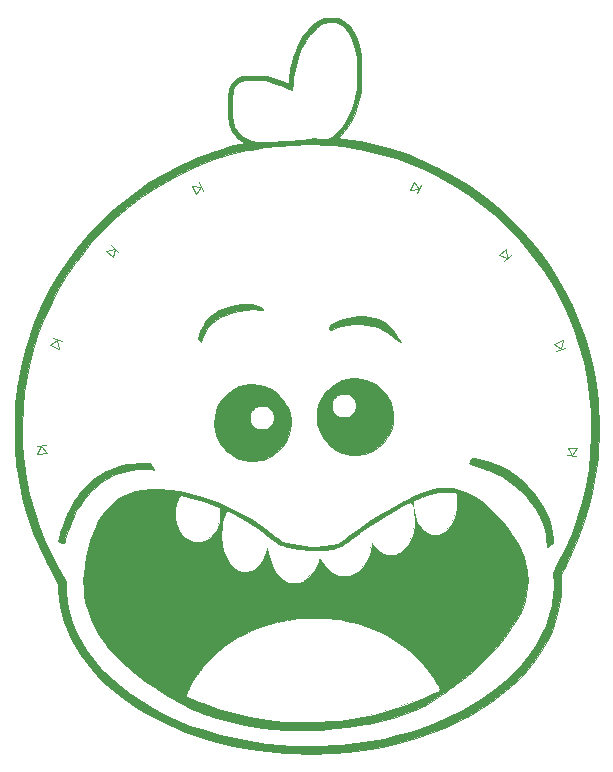
<source format=gto>
G04 #@! TF.FileFunction,Legend,Top*
%FSLAX46Y46*%
G04 Gerber Fmt 4.6, Leading zero omitted, Abs format (unit mm)*
G04 Created by KiCad (PCBNEW 4.0.7) date 06/13/18 15:06:57*
%MOMM*%
%LPD*%
G01*
G04 APERTURE LIST*
%ADD10C,0.100000*%
%ADD11C,0.010000*%
%ADD12C,0.150000*%
%ADD13C,2.100000*%
%ADD14O,2.100000X2.100000*%
G04 APERTURE END LIST*
D10*
D11*
G36*
X102063127Y-65571940D02*
X102409723Y-65799780D01*
X102719079Y-66102037D01*
X102990077Y-66476552D01*
X103221593Y-66921165D01*
X103412507Y-67433718D01*
X103561698Y-68012050D01*
X103668045Y-68654004D01*
X103669556Y-68666096D01*
X103688021Y-68874156D01*
X103701447Y-69148326D01*
X103709953Y-69471225D01*
X103713656Y-69825478D01*
X103712677Y-70193705D01*
X103707134Y-70558528D01*
X103697145Y-70902571D01*
X103682830Y-71208454D01*
X103664307Y-71458800D01*
X103649585Y-71586935D01*
X103532128Y-72212872D01*
X103361161Y-72833240D01*
X103142617Y-73434741D01*
X102882433Y-74004079D01*
X102586541Y-74527957D01*
X102260877Y-74993077D01*
X101989025Y-75307555D01*
X101745627Y-75561514D01*
X102147794Y-75610676D01*
X103556840Y-75825112D01*
X104944612Y-76120257D01*
X106308043Y-76494138D01*
X107644062Y-76944778D01*
X108949603Y-77470202D01*
X110221597Y-78068434D01*
X111456976Y-78737499D01*
X112652672Y-79475421D01*
X113805615Y-80280225D01*
X114912739Y-81149935D01*
X115970975Y-82082575D01*
X116977255Y-83076171D01*
X117928510Y-84128745D01*
X118821673Y-85238324D01*
X119653674Y-86402930D01*
X120180717Y-87221688D01*
X120885179Y-88439152D01*
X121513315Y-89682807D01*
X122066301Y-90956131D01*
X122545312Y-92262603D01*
X122951524Y-93605702D01*
X123286114Y-94988907D01*
X123550257Y-96415697D01*
X123725112Y-97707873D01*
X123749194Y-97979547D01*
X123768995Y-98321973D01*
X123784515Y-98721346D01*
X123795753Y-99163861D01*
X123802709Y-99635711D01*
X123805385Y-100123091D01*
X123803779Y-100612196D01*
X123797892Y-101089220D01*
X123787723Y-101540357D01*
X123773273Y-101951801D01*
X123754542Y-102309747D01*
X123731530Y-102600389D01*
X123725112Y-102660873D01*
X123522135Y-104127510D01*
X123250140Y-105546894D01*
X122908186Y-106922108D01*
X122495337Y-108256233D01*
X122010652Y-109552353D01*
X121453194Y-110813548D01*
X120925455Y-111852949D01*
X120598908Y-112459099D01*
X120603257Y-113306736D01*
X120599151Y-113782130D01*
X120582183Y-114206907D01*
X120553008Y-114566652D01*
X120541632Y-114662373D01*
X120383180Y-115556591D01*
X120143524Y-116434706D01*
X119824935Y-117294774D01*
X119429684Y-118134851D01*
X118960040Y-118952992D01*
X118418276Y-119747254D01*
X117806661Y-120515692D01*
X117127466Y-121256361D01*
X116382962Y-121967317D01*
X115575419Y-122646617D01*
X114707108Y-123292314D01*
X113780300Y-123902467D01*
X112797266Y-124475129D01*
X111760275Y-125008357D01*
X110671599Y-125500206D01*
X109533509Y-125948733D01*
X108348274Y-126351992D01*
X107118167Y-126708039D01*
X106211794Y-126932725D01*
X105033718Y-127178491D01*
X103827157Y-127377095D01*
X102576530Y-127530790D01*
X101343460Y-127636563D01*
X101119564Y-127648149D01*
X100825382Y-127657460D01*
X100475267Y-127664511D01*
X100083567Y-127669318D01*
X99664635Y-127671897D01*
X99232821Y-127672263D01*
X98802476Y-127670433D01*
X98387949Y-127666423D01*
X98003593Y-127660248D01*
X97663758Y-127651925D01*
X97382794Y-127641468D01*
X97215960Y-127631999D01*
X95714742Y-127491366D01*
X94245138Y-127284062D01*
X92810748Y-127011216D01*
X91415173Y-126673957D01*
X90062013Y-126273415D01*
X88754870Y-125810719D01*
X87497342Y-125286998D01*
X86293032Y-124703384D01*
X85145539Y-124061004D01*
X84458485Y-123629964D01*
X83526150Y-122979374D01*
X82659590Y-122293186D01*
X81860955Y-121573987D01*
X81132393Y-120824365D01*
X80476054Y-120046907D01*
X79894085Y-119244200D01*
X79388637Y-118418833D01*
X78961857Y-117573392D01*
X78615895Y-116710465D01*
X78549829Y-116515439D01*
X78350401Y-115829544D01*
X78200439Y-115146390D01*
X78103085Y-114483843D01*
X78061485Y-113859771D01*
X78060127Y-113732943D01*
X78060127Y-113294683D01*
X77749246Y-112772028D01*
X77078813Y-111564151D01*
X76474675Y-110308517D01*
X75939891Y-109013665D01*
X75477518Y-107688138D01*
X75090617Y-106340476D01*
X74782244Y-104979221D01*
X74613625Y-104015540D01*
X74553425Y-103616164D01*
X74503377Y-103263345D01*
X74462561Y-102943303D01*
X74430057Y-102642260D01*
X74404946Y-102346437D01*
X74386309Y-102042056D01*
X74373224Y-101715337D01*
X74364772Y-101352502D01*
X74360034Y-100939772D01*
X74358090Y-100463369D01*
X74357878Y-100184373D01*
X74358490Y-99813199D01*
X74968310Y-99813199D01*
X74984676Y-101185179D01*
X75077365Y-102545424D01*
X75121034Y-102957207D01*
X75323183Y-104351658D01*
X75605967Y-105730421D01*
X75967631Y-107088368D01*
X76406423Y-108420372D01*
X76920587Y-109721308D01*
X77508369Y-110986048D01*
X78168014Y-112209466D01*
X78448136Y-112680445D01*
X78737460Y-113153851D01*
X78737595Y-113823445D01*
X78744995Y-114225752D01*
X78769672Y-114585441D01*
X78815610Y-114933748D01*
X78886790Y-115301906D01*
X78971809Y-115660516D01*
X79228888Y-116509799D01*
X79567473Y-117343645D01*
X79985424Y-118159733D01*
X80480603Y-118955742D01*
X81050872Y-119729350D01*
X81694090Y-120478237D01*
X82408119Y-121200080D01*
X83190820Y-121892559D01*
X84040055Y-122553351D01*
X84953683Y-123180137D01*
X85929567Y-123770593D01*
X86942197Y-124310718D01*
X88055183Y-124827950D01*
X89229249Y-125297758D01*
X90453463Y-125717247D01*
X91716894Y-126083523D01*
X93008611Y-126393691D01*
X94317683Y-126644856D01*
X95633178Y-126834125D01*
X96940794Y-126958365D01*
X97182603Y-126975530D01*
X97407904Y-126991978D01*
X97596980Y-127006238D01*
X97730111Y-127016837D01*
X97766294Y-127019999D01*
X97909095Y-127027944D01*
X98124639Y-127032877D01*
X98401065Y-127035017D01*
X98726511Y-127034583D01*
X99089115Y-127031793D01*
X99477015Y-127026866D01*
X99878349Y-127020020D01*
X100281256Y-127011475D01*
X100673874Y-127001449D01*
X101044341Y-126990161D01*
X101380796Y-126977829D01*
X101671376Y-126964672D01*
X101904219Y-126950908D01*
X102020794Y-126941571D01*
X103270368Y-126803079D01*
X104460365Y-126626337D01*
X105608511Y-126407633D01*
X106732529Y-126143260D01*
X107850144Y-125829505D01*
X108810947Y-125520325D01*
X109969751Y-125093098D01*
X111085149Y-124614898D01*
X112152994Y-124088551D01*
X113169137Y-123516884D01*
X114129428Y-122902721D01*
X115029721Y-122248890D01*
X115865865Y-121558217D01*
X116633714Y-120833528D01*
X117329117Y-120077649D01*
X117944683Y-119297873D01*
X118483551Y-118492079D01*
X118939685Y-117670669D01*
X119313893Y-116831775D01*
X119606981Y-115973532D01*
X119819759Y-115094074D01*
X119859925Y-114874040D01*
X119926497Y-114456049D01*
X119977835Y-114072658D01*
X120013037Y-113733878D01*
X120031201Y-113449721D01*
X120031426Y-113230198D01*
X120018744Y-113111188D01*
X119988886Y-112935452D01*
X119960397Y-112733036D01*
X119947213Y-112620431D01*
X119919629Y-112356490D01*
X120302351Y-111646765D01*
X120948075Y-110362223D01*
X121512316Y-109054733D01*
X121994969Y-107724703D01*
X122395934Y-106372539D01*
X122715107Y-104998650D01*
X122952385Y-103603442D01*
X123107667Y-102187322D01*
X123180850Y-100750698D01*
X123187116Y-100184373D01*
X123145672Y-98742931D01*
X123021892Y-97319535D01*
X122816603Y-95916349D01*
X122530632Y-94535533D01*
X122164806Y-93179251D01*
X121719952Y-91849665D01*
X121196897Y-90548937D01*
X120596468Y-89279229D01*
X119919493Y-88042703D01*
X119166798Y-86841522D01*
X118339211Y-85677848D01*
X117437558Y-84553843D01*
X117029133Y-84085327D01*
X116061347Y-83064778D01*
X115037666Y-82105511D01*
X113961847Y-81209506D01*
X112837648Y-80378739D01*
X111668828Y-79615188D01*
X110459144Y-78920830D01*
X109212354Y-78297644D01*
X107932217Y-77747605D01*
X106622490Y-77272693D01*
X105286932Y-76874885D01*
X103929301Y-76556158D01*
X102553354Y-76318489D01*
X102172742Y-76267665D01*
X101343721Y-76175983D01*
X100559914Y-76113563D01*
X99829260Y-76080726D01*
X99159701Y-76077790D01*
X98559176Y-76105076D01*
X98422460Y-76116501D01*
X98255393Y-76130400D01*
X98021263Y-76147807D01*
X97737541Y-76167533D01*
X97421702Y-76188385D01*
X97091218Y-76209175D01*
X96846580Y-76223873D01*
X96355344Y-76255747D01*
X95925367Y-76291211D01*
X95533242Y-76333400D01*
X95155562Y-76385450D01*
X94768920Y-76450496D01*
X94349911Y-76531676D01*
X93998627Y-76605400D01*
X92615076Y-76945606D01*
X91262157Y-77364057D01*
X89942282Y-77859171D01*
X88657863Y-78429368D01*
X87411310Y-79073066D01*
X86205036Y-79788685D01*
X85041451Y-80574644D01*
X83922968Y-81429363D01*
X82851998Y-82351260D01*
X81830952Y-83338754D01*
X80862242Y-84390265D01*
X79948279Y-85504212D01*
X79488363Y-86117366D01*
X78740444Y-87215186D01*
X78049327Y-88370606D01*
X77418953Y-89575090D01*
X76853263Y-90820102D01*
X76356198Y-92097105D01*
X75931697Y-93397563D01*
X75652426Y-94427040D01*
X75370325Y-95736406D01*
X75161817Y-97077858D01*
X75027584Y-98440441D01*
X74968310Y-99813199D01*
X74358490Y-99813199D01*
X74358728Y-99669200D01*
X74361891Y-99224904D01*
X74368286Y-98837705D01*
X74378834Y-98493825D01*
X74394454Y-98179485D01*
X74416067Y-97880907D01*
X74444591Y-97584312D01*
X74480947Y-97275920D01*
X74526054Y-96941955D01*
X74580833Y-96568635D01*
X74613625Y-96353207D01*
X74870377Y-94955930D01*
X75206637Y-93583364D01*
X75620107Y-92238388D01*
X76108493Y-90923880D01*
X76669497Y-89642717D01*
X77300824Y-88397779D01*
X78000178Y-87191943D01*
X78765263Y-86028088D01*
X79593782Y-84909092D01*
X80483439Y-83837833D01*
X81431939Y-82817190D01*
X82436985Y-81850040D01*
X83496282Y-80939263D01*
X84607532Y-80087736D01*
X85768441Y-79298338D01*
X86976711Y-78573947D01*
X88230048Y-77917441D01*
X89526154Y-77331699D01*
X89913460Y-77173986D01*
X90489917Y-76954751D01*
X91101924Y-76739662D01*
X91727003Y-76535796D01*
X92342672Y-76350229D01*
X92926454Y-76190037D01*
X93418336Y-76070643D01*
X93854046Y-75973036D01*
X93660190Y-75874516D01*
X93446724Y-75738279D01*
X93222989Y-75548990D01*
X93011012Y-75329334D01*
X92832816Y-75102000D01*
X92715900Y-74901806D01*
X92636134Y-74723074D01*
X92572824Y-74563089D01*
X92524089Y-74408705D01*
X92488047Y-74246780D01*
X92462814Y-74064167D01*
X92446508Y-73847725D01*
X92437247Y-73584308D01*
X92433149Y-73260772D01*
X92432318Y-72921707D01*
X92432352Y-72912813D01*
X92856083Y-72912813D01*
X92856085Y-72921707D01*
X92858044Y-73287219D01*
X92865006Y-73583005D01*
X92879173Y-73823961D01*
X92902748Y-74024979D01*
X92937930Y-74200956D01*
X92986924Y-74366784D01*
X93051929Y-74537359D01*
X93117133Y-74687674D01*
X93267427Y-74933718D01*
X93486162Y-75170610D01*
X93757157Y-75386383D01*
X94064233Y-75569068D01*
X94391210Y-75706696D01*
X94561168Y-75755863D01*
X94709982Y-75783658D01*
X94895930Y-75802676D01*
X95126516Y-75812926D01*
X95409242Y-75814414D01*
X95751610Y-75807148D01*
X96161123Y-75791136D01*
X96645284Y-75766384D01*
X96792627Y-75758039D01*
X97323095Y-75726349D01*
X97779126Y-75696531D01*
X98170902Y-75667712D01*
X98508609Y-75639022D01*
X98802431Y-75609586D01*
X99062552Y-75578535D01*
X99299157Y-75544994D01*
X99322337Y-75541404D01*
X99540088Y-75511121D01*
X99702211Y-75499325D01*
X99835562Y-75505413D01*
X99959547Y-75527099D01*
X100116721Y-75550071D01*
X100315873Y-75562599D01*
X100514676Y-75562064D01*
X100520171Y-75561819D01*
X100728844Y-75544765D01*
X100892682Y-75509657D01*
X101051088Y-75446941D01*
X101106908Y-75419561D01*
X101396567Y-75231727D01*
X101682170Y-74968168D01*
X101958983Y-74637823D01*
X102222273Y-74249631D01*
X102467306Y-73812531D01*
X102689347Y-73335462D01*
X102883664Y-72827363D01*
X103045521Y-72297173D01*
X103170186Y-71753830D01*
X103226251Y-71417602D01*
X103250133Y-71191774D01*
X103268547Y-70901420D01*
X103281341Y-70566512D01*
X103288360Y-70207023D01*
X103289449Y-69842926D01*
X103284454Y-69494193D01*
X103273220Y-69180799D01*
X103255593Y-68922715D01*
X103246223Y-68835429D01*
X103144925Y-68207733D01*
X103005913Y-67648442D01*
X102829995Y-67159209D01*
X102617978Y-66741686D01*
X102370669Y-66397525D01*
X102088877Y-66128377D01*
X101846409Y-65971973D01*
X101737998Y-65918407D01*
X101641561Y-65883650D01*
X101533876Y-65863686D01*
X101391717Y-65854498D01*
X101191859Y-65852069D01*
X101152960Y-65852040D01*
X100943972Y-65853488D01*
X100794819Y-65860995D01*
X100680679Y-65879300D01*
X100576733Y-65913147D01*
X100458157Y-65967275D01*
X100401069Y-65995668D01*
X100034658Y-66224389D01*
X99687914Y-66529652D01*
X99363883Y-66904979D01*
X99065611Y-67343893D01*
X98796147Y-67839916D01*
X98558536Y-68386572D01*
X98355826Y-68977381D01*
X98191064Y-69605868D01*
X98067296Y-70265554D01*
X97987570Y-70949961D01*
X97972762Y-71158045D01*
X97954681Y-71391946D01*
X97933838Y-71542392D01*
X97910040Y-71610558D01*
X97897388Y-71614343D01*
X97674067Y-71519644D01*
X97409642Y-71412025D01*
X97120508Y-71297718D01*
X96823060Y-71182952D01*
X96533694Y-71073959D01*
X96268805Y-70976969D01*
X96044788Y-70898214D01*
X95878039Y-70843923D01*
X95844126Y-70834033D01*
X95696117Y-70794187D01*
X95566786Y-70764888D01*
X95438726Y-70744530D01*
X95294524Y-70731506D01*
X95116773Y-70724210D01*
X94888062Y-70721035D01*
X94612460Y-70720373D01*
X94324749Y-70720973D01*
X94107500Y-70723662D01*
X93946514Y-70729777D01*
X93827590Y-70740651D01*
X93736528Y-70757620D01*
X93659127Y-70782020D01*
X93581186Y-70815186D01*
X93575294Y-70817893D01*
X93392150Y-70914145D01*
X93241843Y-71023967D01*
X93121360Y-71156169D01*
X93027689Y-71319562D01*
X92957818Y-71522959D01*
X92908734Y-71775172D01*
X92877425Y-72085010D01*
X92860878Y-72461287D01*
X92856083Y-72912813D01*
X92432352Y-72912813D01*
X92433866Y-72517776D01*
X92439397Y-72187189D01*
X92450218Y-71918664D01*
X92467632Y-71700920D01*
X92492946Y-71522674D01*
X92527464Y-71372647D01*
X92572491Y-71239556D01*
X92629332Y-71112121D01*
X92645346Y-71080207D01*
X92808348Y-70840641D01*
X93033427Y-70623031D01*
X93298000Y-70448272D01*
X93363627Y-70415605D01*
X93617627Y-70297040D01*
X94612460Y-70297040D01*
X94932176Y-70297487D01*
X95181793Y-70299613D01*
X95375878Y-70304592D01*
X95528997Y-70313602D01*
X95655716Y-70327817D01*
X95770602Y-70348414D01*
X95888222Y-70376569D01*
X96010399Y-70409885D01*
X96211534Y-70471382D01*
X96458890Y-70554750D01*
X96720690Y-70648919D01*
X96958938Y-70740334D01*
X97190507Y-70831250D01*
X97355227Y-70888880D01*
X97464503Y-70912263D01*
X97529740Y-70900437D01*
X97562343Y-70852440D01*
X97573719Y-70767308D01*
X97575145Y-70688345D01*
X97585228Y-70520785D01*
X97612115Y-70292327D01*
X97652357Y-70024279D01*
X97702504Y-69737950D01*
X97759105Y-69454649D01*
X97813288Y-69217540D01*
X97964130Y-68692452D01*
X98155614Y-68166739D01*
X98378598Y-67660816D01*
X98623940Y-67195099D01*
X98882500Y-66790004D01*
X98928678Y-66726527D01*
X99189719Y-66408226D01*
X99477974Y-66113876D01*
X99775965Y-65859215D01*
X100066212Y-65659983D01*
X100185982Y-65594425D01*
X100517960Y-65428707D01*
X101787960Y-65428707D01*
X102063127Y-65571940D01*
X102063127Y-65571940D01*
G37*
X102063127Y-65571940D02*
X102409723Y-65799780D01*
X102719079Y-66102037D01*
X102990077Y-66476552D01*
X103221593Y-66921165D01*
X103412507Y-67433718D01*
X103561698Y-68012050D01*
X103668045Y-68654004D01*
X103669556Y-68666096D01*
X103688021Y-68874156D01*
X103701447Y-69148326D01*
X103709953Y-69471225D01*
X103713656Y-69825478D01*
X103712677Y-70193705D01*
X103707134Y-70558528D01*
X103697145Y-70902571D01*
X103682830Y-71208454D01*
X103664307Y-71458800D01*
X103649585Y-71586935D01*
X103532128Y-72212872D01*
X103361161Y-72833240D01*
X103142617Y-73434741D01*
X102882433Y-74004079D01*
X102586541Y-74527957D01*
X102260877Y-74993077D01*
X101989025Y-75307555D01*
X101745627Y-75561514D01*
X102147794Y-75610676D01*
X103556840Y-75825112D01*
X104944612Y-76120257D01*
X106308043Y-76494138D01*
X107644062Y-76944778D01*
X108949603Y-77470202D01*
X110221597Y-78068434D01*
X111456976Y-78737499D01*
X112652672Y-79475421D01*
X113805615Y-80280225D01*
X114912739Y-81149935D01*
X115970975Y-82082575D01*
X116977255Y-83076171D01*
X117928510Y-84128745D01*
X118821673Y-85238324D01*
X119653674Y-86402930D01*
X120180717Y-87221688D01*
X120885179Y-88439152D01*
X121513315Y-89682807D01*
X122066301Y-90956131D01*
X122545312Y-92262603D01*
X122951524Y-93605702D01*
X123286114Y-94988907D01*
X123550257Y-96415697D01*
X123725112Y-97707873D01*
X123749194Y-97979547D01*
X123768995Y-98321973D01*
X123784515Y-98721346D01*
X123795753Y-99163861D01*
X123802709Y-99635711D01*
X123805385Y-100123091D01*
X123803779Y-100612196D01*
X123797892Y-101089220D01*
X123787723Y-101540357D01*
X123773273Y-101951801D01*
X123754542Y-102309747D01*
X123731530Y-102600389D01*
X123725112Y-102660873D01*
X123522135Y-104127510D01*
X123250140Y-105546894D01*
X122908186Y-106922108D01*
X122495337Y-108256233D01*
X122010652Y-109552353D01*
X121453194Y-110813548D01*
X120925455Y-111852949D01*
X120598908Y-112459099D01*
X120603257Y-113306736D01*
X120599151Y-113782130D01*
X120582183Y-114206907D01*
X120553008Y-114566652D01*
X120541632Y-114662373D01*
X120383180Y-115556591D01*
X120143524Y-116434706D01*
X119824935Y-117294774D01*
X119429684Y-118134851D01*
X118960040Y-118952992D01*
X118418276Y-119747254D01*
X117806661Y-120515692D01*
X117127466Y-121256361D01*
X116382962Y-121967317D01*
X115575419Y-122646617D01*
X114707108Y-123292314D01*
X113780300Y-123902467D01*
X112797266Y-124475129D01*
X111760275Y-125008357D01*
X110671599Y-125500206D01*
X109533509Y-125948733D01*
X108348274Y-126351992D01*
X107118167Y-126708039D01*
X106211794Y-126932725D01*
X105033718Y-127178491D01*
X103827157Y-127377095D01*
X102576530Y-127530790D01*
X101343460Y-127636563D01*
X101119564Y-127648149D01*
X100825382Y-127657460D01*
X100475267Y-127664511D01*
X100083567Y-127669318D01*
X99664635Y-127671897D01*
X99232821Y-127672263D01*
X98802476Y-127670433D01*
X98387949Y-127666423D01*
X98003593Y-127660248D01*
X97663758Y-127651925D01*
X97382794Y-127641468D01*
X97215960Y-127631999D01*
X95714742Y-127491366D01*
X94245138Y-127284062D01*
X92810748Y-127011216D01*
X91415173Y-126673957D01*
X90062013Y-126273415D01*
X88754870Y-125810719D01*
X87497342Y-125286998D01*
X86293032Y-124703384D01*
X85145539Y-124061004D01*
X84458485Y-123629964D01*
X83526150Y-122979374D01*
X82659590Y-122293186D01*
X81860955Y-121573987D01*
X81132393Y-120824365D01*
X80476054Y-120046907D01*
X79894085Y-119244200D01*
X79388637Y-118418833D01*
X78961857Y-117573392D01*
X78615895Y-116710465D01*
X78549829Y-116515439D01*
X78350401Y-115829544D01*
X78200439Y-115146390D01*
X78103085Y-114483843D01*
X78061485Y-113859771D01*
X78060127Y-113732943D01*
X78060127Y-113294683D01*
X77749246Y-112772028D01*
X77078813Y-111564151D01*
X76474675Y-110308517D01*
X75939891Y-109013665D01*
X75477518Y-107688138D01*
X75090617Y-106340476D01*
X74782244Y-104979221D01*
X74613625Y-104015540D01*
X74553425Y-103616164D01*
X74503377Y-103263345D01*
X74462561Y-102943303D01*
X74430057Y-102642260D01*
X74404946Y-102346437D01*
X74386309Y-102042056D01*
X74373224Y-101715337D01*
X74364772Y-101352502D01*
X74360034Y-100939772D01*
X74358090Y-100463369D01*
X74357878Y-100184373D01*
X74358490Y-99813199D01*
X74968310Y-99813199D01*
X74984676Y-101185179D01*
X75077365Y-102545424D01*
X75121034Y-102957207D01*
X75323183Y-104351658D01*
X75605967Y-105730421D01*
X75967631Y-107088368D01*
X76406423Y-108420372D01*
X76920587Y-109721308D01*
X77508369Y-110986048D01*
X78168014Y-112209466D01*
X78448136Y-112680445D01*
X78737460Y-113153851D01*
X78737595Y-113823445D01*
X78744995Y-114225752D01*
X78769672Y-114585441D01*
X78815610Y-114933748D01*
X78886790Y-115301906D01*
X78971809Y-115660516D01*
X79228888Y-116509799D01*
X79567473Y-117343645D01*
X79985424Y-118159733D01*
X80480603Y-118955742D01*
X81050872Y-119729350D01*
X81694090Y-120478237D01*
X82408119Y-121200080D01*
X83190820Y-121892559D01*
X84040055Y-122553351D01*
X84953683Y-123180137D01*
X85929567Y-123770593D01*
X86942197Y-124310718D01*
X88055183Y-124827950D01*
X89229249Y-125297758D01*
X90453463Y-125717247D01*
X91716894Y-126083523D01*
X93008611Y-126393691D01*
X94317683Y-126644856D01*
X95633178Y-126834125D01*
X96940794Y-126958365D01*
X97182603Y-126975530D01*
X97407904Y-126991978D01*
X97596980Y-127006238D01*
X97730111Y-127016837D01*
X97766294Y-127019999D01*
X97909095Y-127027944D01*
X98124639Y-127032877D01*
X98401065Y-127035017D01*
X98726511Y-127034583D01*
X99089115Y-127031793D01*
X99477015Y-127026866D01*
X99878349Y-127020020D01*
X100281256Y-127011475D01*
X100673874Y-127001449D01*
X101044341Y-126990161D01*
X101380796Y-126977829D01*
X101671376Y-126964672D01*
X101904219Y-126950908D01*
X102020794Y-126941571D01*
X103270368Y-126803079D01*
X104460365Y-126626337D01*
X105608511Y-126407633D01*
X106732529Y-126143260D01*
X107850144Y-125829505D01*
X108810947Y-125520325D01*
X109969751Y-125093098D01*
X111085149Y-124614898D01*
X112152994Y-124088551D01*
X113169137Y-123516884D01*
X114129428Y-122902721D01*
X115029721Y-122248890D01*
X115865865Y-121558217D01*
X116633714Y-120833528D01*
X117329117Y-120077649D01*
X117944683Y-119297873D01*
X118483551Y-118492079D01*
X118939685Y-117670669D01*
X119313893Y-116831775D01*
X119606981Y-115973532D01*
X119819759Y-115094074D01*
X119859925Y-114874040D01*
X119926497Y-114456049D01*
X119977835Y-114072658D01*
X120013037Y-113733878D01*
X120031201Y-113449721D01*
X120031426Y-113230198D01*
X120018744Y-113111188D01*
X119988886Y-112935452D01*
X119960397Y-112733036D01*
X119947213Y-112620431D01*
X119919629Y-112356490D01*
X120302351Y-111646765D01*
X120948075Y-110362223D01*
X121512316Y-109054733D01*
X121994969Y-107724703D01*
X122395934Y-106372539D01*
X122715107Y-104998650D01*
X122952385Y-103603442D01*
X123107667Y-102187322D01*
X123180850Y-100750698D01*
X123187116Y-100184373D01*
X123145672Y-98742931D01*
X123021892Y-97319535D01*
X122816603Y-95916349D01*
X122530632Y-94535533D01*
X122164806Y-93179251D01*
X121719952Y-91849665D01*
X121196897Y-90548937D01*
X120596468Y-89279229D01*
X119919493Y-88042703D01*
X119166798Y-86841522D01*
X118339211Y-85677848D01*
X117437558Y-84553843D01*
X117029133Y-84085327D01*
X116061347Y-83064778D01*
X115037666Y-82105511D01*
X113961847Y-81209506D01*
X112837648Y-80378739D01*
X111668828Y-79615188D01*
X110459144Y-78920830D01*
X109212354Y-78297644D01*
X107932217Y-77747605D01*
X106622490Y-77272693D01*
X105286932Y-76874885D01*
X103929301Y-76556158D01*
X102553354Y-76318489D01*
X102172742Y-76267665D01*
X101343721Y-76175983D01*
X100559914Y-76113563D01*
X99829260Y-76080726D01*
X99159701Y-76077790D01*
X98559176Y-76105076D01*
X98422460Y-76116501D01*
X98255393Y-76130400D01*
X98021263Y-76147807D01*
X97737541Y-76167533D01*
X97421702Y-76188385D01*
X97091218Y-76209175D01*
X96846580Y-76223873D01*
X96355344Y-76255747D01*
X95925367Y-76291211D01*
X95533242Y-76333400D01*
X95155562Y-76385450D01*
X94768920Y-76450496D01*
X94349911Y-76531676D01*
X93998627Y-76605400D01*
X92615076Y-76945606D01*
X91262157Y-77364057D01*
X89942282Y-77859171D01*
X88657863Y-78429368D01*
X87411310Y-79073066D01*
X86205036Y-79788685D01*
X85041451Y-80574644D01*
X83922968Y-81429363D01*
X82851998Y-82351260D01*
X81830952Y-83338754D01*
X80862242Y-84390265D01*
X79948279Y-85504212D01*
X79488363Y-86117366D01*
X78740444Y-87215186D01*
X78049327Y-88370606D01*
X77418953Y-89575090D01*
X76853263Y-90820102D01*
X76356198Y-92097105D01*
X75931697Y-93397563D01*
X75652426Y-94427040D01*
X75370325Y-95736406D01*
X75161817Y-97077858D01*
X75027584Y-98440441D01*
X74968310Y-99813199D01*
X74358490Y-99813199D01*
X74358728Y-99669200D01*
X74361891Y-99224904D01*
X74368286Y-98837705D01*
X74378834Y-98493825D01*
X74394454Y-98179485D01*
X74416067Y-97880907D01*
X74444591Y-97584312D01*
X74480947Y-97275920D01*
X74526054Y-96941955D01*
X74580833Y-96568635D01*
X74613625Y-96353207D01*
X74870377Y-94955930D01*
X75206637Y-93583364D01*
X75620107Y-92238388D01*
X76108493Y-90923880D01*
X76669497Y-89642717D01*
X77300824Y-88397779D01*
X78000178Y-87191943D01*
X78765263Y-86028088D01*
X79593782Y-84909092D01*
X80483439Y-83837833D01*
X81431939Y-82817190D01*
X82436985Y-81850040D01*
X83496282Y-80939263D01*
X84607532Y-80087736D01*
X85768441Y-79298338D01*
X86976711Y-78573947D01*
X88230048Y-77917441D01*
X89526154Y-77331699D01*
X89913460Y-77173986D01*
X90489917Y-76954751D01*
X91101924Y-76739662D01*
X91727003Y-76535796D01*
X92342672Y-76350229D01*
X92926454Y-76190037D01*
X93418336Y-76070643D01*
X93854046Y-75973036D01*
X93660190Y-75874516D01*
X93446724Y-75738279D01*
X93222989Y-75548990D01*
X93011012Y-75329334D01*
X92832816Y-75102000D01*
X92715900Y-74901806D01*
X92636134Y-74723074D01*
X92572824Y-74563089D01*
X92524089Y-74408705D01*
X92488047Y-74246780D01*
X92462814Y-74064167D01*
X92446508Y-73847725D01*
X92437247Y-73584308D01*
X92433149Y-73260772D01*
X92432318Y-72921707D01*
X92432352Y-72912813D01*
X92856083Y-72912813D01*
X92856085Y-72921707D01*
X92858044Y-73287219D01*
X92865006Y-73583005D01*
X92879173Y-73823961D01*
X92902748Y-74024979D01*
X92937930Y-74200956D01*
X92986924Y-74366784D01*
X93051929Y-74537359D01*
X93117133Y-74687674D01*
X93267427Y-74933718D01*
X93486162Y-75170610D01*
X93757157Y-75386383D01*
X94064233Y-75569068D01*
X94391210Y-75706696D01*
X94561168Y-75755863D01*
X94709982Y-75783658D01*
X94895930Y-75802676D01*
X95126516Y-75812926D01*
X95409242Y-75814414D01*
X95751610Y-75807148D01*
X96161123Y-75791136D01*
X96645284Y-75766384D01*
X96792627Y-75758039D01*
X97323095Y-75726349D01*
X97779126Y-75696531D01*
X98170902Y-75667712D01*
X98508609Y-75639022D01*
X98802431Y-75609586D01*
X99062552Y-75578535D01*
X99299157Y-75544994D01*
X99322337Y-75541404D01*
X99540088Y-75511121D01*
X99702211Y-75499325D01*
X99835562Y-75505413D01*
X99959547Y-75527099D01*
X100116721Y-75550071D01*
X100315873Y-75562599D01*
X100514676Y-75562064D01*
X100520171Y-75561819D01*
X100728844Y-75544765D01*
X100892682Y-75509657D01*
X101051088Y-75446941D01*
X101106908Y-75419561D01*
X101396567Y-75231727D01*
X101682170Y-74968168D01*
X101958983Y-74637823D01*
X102222273Y-74249631D01*
X102467306Y-73812531D01*
X102689347Y-73335462D01*
X102883664Y-72827363D01*
X103045521Y-72297173D01*
X103170186Y-71753830D01*
X103226251Y-71417602D01*
X103250133Y-71191774D01*
X103268547Y-70901420D01*
X103281341Y-70566512D01*
X103288360Y-70207023D01*
X103289449Y-69842926D01*
X103284454Y-69494193D01*
X103273220Y-69180799D01*
X103255593Y-68922715D01*
X103246223Y-68835429D01*
X103144925Y-68207733D01*
X103005913Y-67648442D01*
X102829995Y-67159209D01*
X102617978Y-66741686D01*
X102370669Y-66397525D01*
X102088877Y-66128377D01*
X101846409Y-65971973D01*
X101737998Y-65918407D01*
X101641561Y-65883650D01*
X101533876Y-65863686D01*
X101391717Y-65854498D01*
X101191859Y-65852069D01*
X101152960Y-65852040D01*
X100943972Y-65853488D01*
X100794819Y-65860995D01*
X100680679Y-65879300D01*
X100576733Y-65913147D01*
X100458157Y-65967275D01*
X100401069Y-65995668D01*
X100034658Y-66224389D01*
X99687914Y-66529652D01*
X99363883Y-66904979D01*
X99065611Y-67343893D01*
X98796147Y-67839916D01*
X98558536Y-68386572D01*
X98355826Y-68977381D01*
X98191064Y-69605868D01*
X98067296Y-70265554D01*
X97987570Y-70949961D01*
X97972762Y-71158045D01*
X97954681Y-71391946D01*
X97933838Y-71542392D01*
X97910040Y-71610558D01*
X97897388Y-71614343D01*
X97674067Y-71519644D01*
X97409642Y-71412025D01*
X97120508Y-71297718D01*
X96823060Y-71182952D01*
X96533694Y-71073959D01*
X96268805Y-70976969D01*
X96044788Y-70898214D01*
X95878039Y-70843923D01*
X95844126Y-70834033D01*
X95696117Y-70794187D01*
X95566786Y-70764888D01*
X95438726Y-70744530D01*
X95294524Y-70731506D01*
X95116773Y-70724210D01*
X94888062Y-70721035D01*
X94612460Y-70720373D01*
X94324749Y-70720973D01*
X94107500Y-70723662D01*
X93946514Y-70729777D01*
X93827590Y-70740651D01*
X93736528Y-70757620D01*
X93659127Y-70782020D01*
X93581186Y-70815186D01*
X93575294Y-70817893D01*
X93392150Y-70914145D01*
X93241843Y-71023967D01*
X93121360Y-71156169D01*
X93027689Y-71319562D01*
X92957818Y-71522959D01*
X92908734Y-71775172D01*
X92877425Y-72085010D01*
X92860878Y-72461287D01*
X92856083Y-72912813D01*
X92432352Y-72912813D01*
X92433866Y-72517776D01*
X92439397Y-72187189D01*
X92450218Y-71918664D01*
X92467632Y-71700920D01*
X92492946Y-71522674D01*
X92527464Y-71372647D01*
X92572491Y-71239556D01*
X92629332Y-71112121D01*
X92645346Y-71080207D01*
X92808348Y-70840641D01*
X93033427Y-70623031D01*
X93298000Y-70448272D01*
X93363627Y-70415605D01*
X93617627Y-70297040D01*
X94612460Y-70297040D01*
X94932176Y-70297487D01*
X95181793Y-70299613D01*
X95375878Y-70304592D01*
X95528997Y-70313602D01*
X95655716Y-70327817D01*
X95770602Y-70348414D01*
X95888222Y-70376569D01*
X96010399Y-70409885D01*
X96211534Y-70471382D01*
X96458890Y-70554750D01*
X96720690Y-70648919D01*
X96958938Y-70740334D01*
X97190507Y-70831250D01*
X97355227Y-70888880D01*
X97464503Y-70912263D01*
X97529740Y-70900437D01*
X97562343Y-70852440D01*
X97573719Y-70767308D01*
X97575145Y-70688345D01*
X97585228Y-70520785D01*
X97612115Y-70292327D01*
X97652357Y-70024279D01*
X97702504Y-69737950D01*
X97759105Y-69454649D01*
X97813288Y-69217540D01*
X97964130Y-68692452D01*
X98155614Y-68166739D01*
X98378598Y-67660816D01*
X98623940Y-67195099D01*
X98882500Y-66790004D01*
X98928678Y-66726527D01*
X99189719Y-66408226D01*
X99477974Y-66113876D01*
X99775965Y-65859215D01*
X100066212Y-65659983D01*
X100185982Y-65594425D01*
X100517960Y-65428707D01*
X101787960Y-65428707D01*
X102063127Y-65571940D01*
G36*
X111091664Y-105173759D02*
X111445704Y-105216276D01*
X111986948Y-105338485D01*
X112506898Y-105514382D01*
X113013536Y-105748614D01*
X113514841Y-106045825D01*
X114018796Y-106410661D01*
X114533379Y-106847769D01*
X114977835Y-107272342D01*
X115534184Y-107867119D01*
X116042194Y-108488463D01*
X116495344Y-109126436D01*
X116887116Y-109771099D01*
X117210989Y-110412512D01*
X117460444Y-111040737D01*
X117471726Y-111074263D01*
X117598358Y-111482901D01*
X117687757Y-111846879D01*
X117744737Y-112195025D01*
X117774107Y-112556170D01*
X117780871Y-112926707D01*
X117754857Y-113572764D01*
X117679734Y-114167657D01*
X117551065Y-114732140D01*
X117364413Y-115286972D01*
X117188205Y-115699540D01*
X116880798Y-116295107D01*
X116500806Y-116914439D01*
X116054511Y-117550511D01*
X115548200Y-118196302D01*
X114988157Y-118844788D01*
X114380665Y-119488946D01*
X113732011Y-120121753D01*
X113048478Y-120736184D01*
X112336351Y-121325219D01*
X111758502Y-121767377D01*
X111516504Y-121946316D01*
X111249928Y-122143923D01*
X110986984Y-122339256D01*
X110755886Y-122511374D01*
X110699203Y-122553694D01*
X109951067Y-123067240D01*
X109146269Y-123531637D01*
X108282000Y-123948014D01*
X107355452Y-124317502D01*
X106363818Y-124641230D01*
X105304290Y-124920329D01*
X104285627Y-125135183D01*
X103953772Y-125196758D01*
X103670393Y-125246729D01*
X103413824Y-125288170D01*
X103162400Y-125324155D01*
X102894454Y-125357759D01*
X102588319Y-125392056D01*
X102222332Y-125430120D01*
X102168844Y-125435544D01*
X101875603Y-125467425D01*
X101572924Y-125504163D01*
X101285903Y-125542452D01*
X101039636Y-125578986D01*
X100898960Y-125602842D01*
X100677896Y-125634159D01*
X100386697Y-125661005D01*
X100039794Y-125683011D01*
X99651620Y-125699806D01*
X99236606Y-125711019D01*
X98809186Y-125716281D01*
X98383790Y-125715219D01*
X97974850Y-125707465D01*
X97596799Y-125692648D01*
X97533460Y-125689220D01*
X96151484Y-125576502D01*
X94784665Y-125396854D01*
X93445024Y-125152412D01*
X92144584Y-124845307D01*
X91133574Y-124553760D01*
X90749543Y-124430817D01*
X90421573Y-124318689D01*
X90125795Y-124207736D01*
X89838340Y-124088318D01*
X89535338Y-123950795D01*
X89192919Y-123785526D01*
X89024460Y-123701955D01*
X88105157Y-123220502D01*
X87297913Y-122757530D01*
X88939794Y-122757530D01*
X88941909Y-122772389D01*
X88954226Y-122788174D01*
X88985698Y-122808899D01*
X89045279Y-122838575D01*
X89141923Y-122881214D01*
X89284585Y-122940828D01*
X89482218Y-123021429D01*
X89743777Y-123127031D01*
X89947108Y-123208884D01*
X91227048Y-123679280D01*
X92551507Y-124078466D01*
X93918496Y-124405983D01*
X95326031Y-124661372D01*
X96772123Y-124844174D01*
X97194794Y-124883235D01*
X97408503Y-124896145D01*
X97692828Y-124905431D01*
X98034397Y-124911268D01*
X98419838Y-124913831D01*
X98835781Y-124913294D01*
X99268855Y-124909830D01*
X99705687Y-124903614D01*
X100132907Y-124894821D01*
X100537143Y-124883624D01*
X100905024Y-124870197D01*
X101223180Y-124854716D01*
X101478237Y-124837353D01*
X101597460Y-124825875D01*
X103076315Y-124619911D01*
X104510220Y-124342533D01*
X105900134Y-123993465D01*
X107247016Y-123572433D01*
X108551824Y-123079161D01*
X109815518Y-122513375D01*
X110032423Y-122406928D01*
X110135732Y-122355056D01*
X110205235Y-122310011D01*
X110239823Y-122258861D01*
X110238386Y-122188675D01*
X110199814Y-122086522D01*
X110122998Y-121939470D01*
X110006828Y-121734588D01*
X109969063Y-121668540D01*
X109500847Y-120933180D01*
X108961718Y-120238928D01*
X108356524Y-119589093D01*
X107690114Y-118986984D01*
X106967334Y-118435913D01*
X106193034Y-117939187D01*
X105372061Y-117500116D01*
X104509263Y-117122011D01*
X103609490Y-116808181D01*
X102677587Y-116561935D01*
X102403723Y-116503979D01*
X101862233Y-116405194D01*
X101349074Y-116333048D01*
X100836225Y-116284894D01*
X100295665Y-116258086D01*
X99713627Y-116249976D01*
X98688859Y-116283058D01*
X97708998Y-116383656D01*
X96765287Y-116553797D01*
X95848971Y-116795507D01*
X94951293Y-117110815D01*
X94063497Y-117501746D01*
X93850460Y-117607282D01*
X93033883Y-118062479D01*
X92267583Y-118574953D01*
X91556542Y-119140121D01*
X90905740Y-119753402D01*
X90320159Y-120410212D01*
X89804780Y-121105972D01*
X89481269Y-121626207D01*
X89376374Y-121815441D01*
X89268099Y-122022040D01*
X89164003Y-122230215D01*
X89071643Y-122424176D01*
X88998575Y-122588133D01*
X88952358Y-122706295D01*
X88939794Y-122757530D01*
X87297913Y-122757530D01*
X87207639Y-122705756D01*
X86340418Y-122163830D01*
X85512009Y-121600836D01*
X84730926Y-121022886D01*
X84005683Y-120436092D01*
X83344795Y-119846567D01*
X82756774Y-119260423D01*
X82597591Y-119088078D01*
X82258952Y-118701847D01*
X81972752Y-118346231D01*
X81724411Y-118000101D01*
X81499349Y-117642332D01*
X81282987Y-117251797D01*
X81150164Y-116990707D01*
X80808468Y-116238144D01*
X80539892Y-115508773D01*
X80345420Y-114805981D01*
X80226038Y-114133153D01*
X80187714Y-113682653D01*
X80185185Y-113091052D01*
X80225419Y-112446069D01*
X80305622Y-111765688D01*
X80423003Y-111067895D01*
X80574768Y-110370672D01*
X80758124Y-109692006D01*
X80855832Y-109380259D01*
X81129953Y-108650324D01*
X81449146Y-107991249D01*
X81813198Y-107403295D01*
X81953261Y-107226260D01*
X88014583Y-107226260D01*
X88014655Y-107538034D01*
X88034593Y-107833206D01*
X88074041Y-108077301D01*
X88205839Y-108477529D01*
X88399678Y-108839528D01*
X88647415Y-109153432D01*
X88940911Y-109409375D01*
X89272024Y-109597491D01*
X89356531Y-109631579D01*
X89516930Y-109665799D01*
X89754297Y-109678609D01*
X89913460Y-109676457D01*
X90112856Y-109667303D01*
X90256908Y-109650328D01*
X90374934Y-109618690D01*
X90496252Y-109565546D01*
X90583659Y-109520040D01*
X90882956Y-109314290D01*
X91076784Y-109115754D01*
X91945460Y-109115754D01*
X91976477Y-109729748D01*
X92069250Y-110289355D01*
X92223364Y-110793339D01*
X92438405Y-111240466D01*
X92713957Y-111629499D01*
X92834460Y-111761858D01*
X93050890Y-111961007D01*
X93257017Y-112093937D01*
X93477850Y-112171379D01*
X93738392Y-112204069D01*
X93871627Y-112207040D01*
X94157480Y-112190595D01*
X94392653Y-112134105D01*
X94602152Y-112026837D01*
X94810984Y-111858057D01*
X94908794Y-111761858D01*
X95172437Y-111446871D01*
X95387807Y-111088564D01*
X95560381Y-110675721D01*
X95695636Y-110197124D01*
X95714642Y-110111540D01*
X95751103Y-109945795D01*
X95774182Y-109856410D01*
X95787091Y-109836721D01*
X95793047Y-109880064D01*
X95794815Y-109945330D01*
X95803556Y-110075740D01*
X95824330Y-110257553D01*
X95853306Y-110459006D01*
X95866148Y-110536881D01*
X95983944Y-111062369D01*
X96147564Y-111546635D01*
X96352648Y-111983143D01*
X96594840Y-112365357D01*
X96869780Y-112686741D01*
X97173112Y-112940758D01*
X97500478Y-113120871D01*
X97618127Y-113164653D01*
X97707667Y-113179135D01*
X97855249Y-113187862D01*
X98034370Y-113189559D01*
X98104960Y-113188101D01*
X98300860Y-113178975D01*
X98443445Y-113160378D01*
X98564040Y-113124874D01*
X98693974Y-113065032D01*
X98751867Y-113034602D01*
X98985169Y-112879058D01*
X99224871Y-112665556D01*
X99449342Y-112416031D01*
X99636950Y-112152417D01*
X99660322Y-112113447D01*
X99733954Y-111977542D01*
X99816888Y-111809166D01*
X99900481Y-111627940D01*
X99976089Y-111453484D01*
X100035070Y-111305419D01*
X100068782Y-111203366D01*
X100073460Y-111175572D01*
X100087461Y-111107638D01*
X100117200Y-111018008D01*
X100140473Y-110964620D01*
X100163356Y-110951130D01*
X100195430Y-110987164D01*
X100246275Y-111082346D01*
X100307854Y-111209524D01*
X100545908Y-111622383D01*
X100832079Y-111966357D01*
X101168538Y-112243675D01*
X101494955Y-112428310D01*
X101609998Y-112478999D01*
X101712171Y-112512606D01*
X101823846Y-112532592D01*
X101967397Y-112542420D01*
X102165195Y-112545552D01*
X102253627Y-112545707D01*
X102473707Y-112544394D01*
X102631866Y-112537913D01*
X102750839Y-112522453D01*
X102853361Y-112494198D01*
X102962167Y-112449338D01*
X103036794Y-112414359D01*
X103412192Y-112188938D01*
X103739947Y-111895259D01*
X104017494Y-111536731D01*
X104242270Y-111116764D01*
X104411710Y-110638769D01*
X104433543Y-110557018D01*
X104476557Y-110347253D01*
X104507105Y-110118906D01*
X104518460Y-109925205D01*
X104518460Y-109625413D01*
X104686584Y-109882718D01*
X104919656Y-110184211D01*
X105191509Y-110443055D01*
X105480592Y-110638911D01*
X105497089Y-110647728D01*
X105608590Y-110702578D01*
X105707925Y-110737650D01*
X105819475Y-110757296D01*
X105967616Y-110765864D01*
X106169460Y-110767707D01*
X106376425Y-110765729D01*
X106523138Y-110756896D01*
X106633979Y-110736858D01*
X106733324Y-110701265D01*
X106841832Y-110647728D01*
X107168969Y-110428641D01*
X107459061Y-110138522D01*
X107707298Y-109784631D01*
X107908869Y-109374225D01*
X108058962Y-108914565D01*
X108095935Y-108755410D01*
X108144677Y-108416743D01*
X108162251Y-108034591D01*
X108150160Y-107635185D01*
X108109906Y-107244761D01*
X108042992Y-106889551D01*
X107975979Y-106661373D01*
X107925464Y-106549821D01*
X107870400Y-106504500D01*
X107826483Y-106501978D01*
X107751705Y-106527127D01*
X107614421Y-106589924D01*
X107424944Y-106684819D01*
X107193586Y-106806260D01*
X106930656Y-106948697D01*
X106646469Y-107106578D01*
X106351334Y-107274352D01*
X106055563Y-107446469D01*
X105895704Y-107541362D01*
X105372472Y-107862654D01*
X104825741Y-108213559D01*
X104273481Y-108581762D01*
X103733664Y-108954950D01*
X103224261Y-109320810D01*
X102763242Y-109667028D01*
X102552211Y-109832332D01*
X102352791Y-109986665D01*
X102193905Y-110096572D01*
X102053707Y-110174872D01*
X101910348Y-110234383D01*
X101810954Y-110267263D01*
X101185534Y-110428332D01*
X100543977Y-110527827D01*
X99877424Y-110565911D01*
X99177016Y-110542750D01*
X98433894Y-110458507D01*
X97776912Y-110342029D01*
X97471375Y-110278546D01*
X97232946Y-110223742D01*
X97045457Y-110171010D01*
X96892742Y-110113749D01*
X96758632Y-110045352D01*
X96626960Y-109959215D01*
X96481558Y-109848735D01*
X96390460Y-109775673D01*
X95727106Y-109256941D01*
X95077820Y-108788157D01*
X94418749Y-108353659D01*
X93726034Y-107937786D01*
X92975822Y-107524877D01*
X92905211Y-107487611D01*
X92680374Y-107368436D01*
X92518915Y-107287075D01*
X92407355Y-107245832D01*
X92332212Y-107247010D01*
X92280005Y-107292912D01*
X92237254Y-107385842D01*
X92190478Y-107528103D01*
X92162673Y-107614476D01*
X92050737Y-108020685D01*
X91980671Y-108439376D01*
X91948567Y-108897561D01*
X91945460Y-109115754D01*
X91076784Y-109115754D01*
X91149586Y-109041185D01*
X91373207Y-108715038D01*
X91543478Y-108350166D01*
X91625879Y-108077301D01*
X91655185Y-107905773D01*
X91677425Y-107684033D01*
X91689522Y-107446439D01*
X91690834Y-107352278D01*
X91691460Y-106900183D01*
X91151710Y-106690003D01*
X90497136Y-106451717D01*
X89810089Y-106231770D01*
X89135619Y-106044362D01*
X88983189Y-106006427D01*
X88782594Y-105958208D01*
X88612651Y-105918269D01*
X88489779Y-105890403D01*
X88430401Y-105878404D01*
X88428084Y-105878207D01*
X88390393Y-105915130D01*
X88333867Y-106013225D01*
X88266850Y-106153479D01*
X88197689Y-106316879D01*
X88134729Y-106484411D01*
X88086317Y-106637063D01*
X88074041Y-106684779D01*
X88034379Y-106930852D01*
X88014583Y-107226260D01*
X81953261Y-107226260D01*
X82221892Y-106886721D01*
X82675013Y-106441788D01*
X83172346Y-106068755D01*
X83713676Y-105767883D01*
X83923294Y-105675633D01*
X84538277Y-105467450D01*
X85202018Y-105328374D01*
X85914373Y-105258396D01*
X86675194Y-105257510D01*
X87484336Y-105325707D01*
X88341653Y-105462980D01*
X89246999Y-105669321D01*
X90200228Y-105944722D01*
X90433530Y-106020242D01*
X91458114Y-106396317D01*
X92486340Y-106847043D01*
X93503775Y-107364358D01*
X94495991Y-107940196D01*
X95448555Y-108566495D01*
X96347039Y-109235190D01*
X96697266Y-109520433D01*
X96850585Y-109642957D01*
X96978073Y-109724926D01*
X97112842Y-109782972D01*
X97288002Y-109833729D01*
X97353433Y-109850035D01*
X97834547Y-109954192D01*
X98365420Y-110045577D01*
X98911458Y-110118666D01*
X99253312Y-110153327D01*
X99903279Y-110174168D01*
X100571277Y-110128261D01*
X101228849Y-110018657D01*
X101724460Y-109888351D01*
X101842957Y-109833447D01*
X102015853Y-109727519D01*
X102234616Y-109576184D01*
X102490718Y-109385060D01*
X102503482Y-109375231D01*
X103509974Y-108629787D01*
X104541626Y-107925022D01*
X105583410Y-107270415D01*
X106620301Y-106675444D01*
X107321910Y-106310765D01*
X108159127Y-106310765D01*
X108159127Y-106556429D01*
X108188143Y-106930302D01*
X108269380Y-107331953D01*
X108394124Y-107730377D01*
X108553661Y-108094572D01*
X108629993Y-108231611D01*
X108763412Y-108420094D01*
X108932478Y-108610929D01*
X109117863Y-108786068D01*
X109300237Y-108927461D01*
X109460272Y-109017059D01*
X109478591Y-109024019D01*
X109697418Y-109073415D01*
X109955191Y-109089759D01*
X110212864Y-109072945D01*
X110420674Y-109026611D01*
X110592992Y-108939674D01*
X110786595Y-108796584D01*
X110981887Y-108615331D01*
X111159274Y-108413905D01*
X111286594Y-108231611D01*
X111488951Y-107829870D01*
X111633309Y-107389497D01*
X111721839Y-106901390D01*
X111756712Y-106356445D01*
X111757460Y-106256972D01*
X111757052Y-106023841D01*
X111748005Y-105854797D01*
X111718585Y-105739070D01*
X111657060Y-105665893D01*
X111551695Y-105624496D01*
X111390757Y-105604113D01*
X111162513Y-105593973D01*
X111030424Y-105589743D01*
X110660610Y-105589315D01*
X110309953Y-105615935D01*
X109960971Y-105673373D01*
X109596180Y-105765403D01*
X109198095Y-105895794D01*
X108749233Y-106068319D01*
X108679161Y-106096947D01*
X108159127Y-106310765D01*
X107321910Y-106310765D01*
X107545294Y-106194656D01*
X108187427Y-105891469D01*
X108773412Y-105643485D01*
X109309834Y-105449050D01*
X109803283Y-105306513D01*
X110260345Y-105214220D01*
X110687610Y-105170520D01*
X111091664Y-105173759D01*
X111091664Y-105173759D01*
G37*
X111091664Y-105173759D02*
X111445704Y-105216276D01*
X111986948Y-105338485D01*
X112506898Y-105514382D01*
X113013536Y-105748614D01*
X113514841Y-106045825D01*
X114018796Y-106410661D01*
X114533379Y-106847769D01*
X114977835Y-107272342D01*
X115534184Y-107867119D01*
X116042194Y-108488463D01*
X116495344Y-109126436D01*
X116887116Y-109771099D01*
X117210989Y-110412512D01*
X117460444Y-111040737D01*
X117471726Y-111074263D01*
X117598358Y-111482901D01*
X117687757Y-111846879D01*
X117744737Y-112195025D01*
X117774107Y-112556170D01*
X117780871Y-112926707D01*
X117754857Y-113572764D01*
X117679734Y-114167657D01*
X117551065Y-114732140D01*
X117364413Y-115286972D01*
X117188205Y-115699540D01*
X116880798Y-116295107D01*
X116500806Y-116914439D01*
X116054511Y-117550511D01*
X115548200Y-118196302D01*
X114988157Y-118844788D01*
X114380665Y-119488946D01*
X113732011Y-120121753D01*
X113048478Y-120736184D01*
X112336351Y-121325219D01*
X111758502Y-121767377D01*
X111516504Y-121946316D01*
X111249928Y-122143923D01*
X110986984Y-122339256D01*
X110755886Y-122511374D01*
X110699203Y-122553694D01*
X109951067Y-123067240D01*
X109146269Y-123531637D01*
X108282000Y-123948014D01*
X107355452Y-124317502D01*
X106363818Y-124641230D01*
X105304290Y-124920329D01*
X104285627Y-125135183D01*
X103953772Y-125196758D01*
X103670393Y-125246729D01*
X103413824Y-125288170D01*
X103162400Y-125324155D01*
X102894454Y-125357759D01*
X102588319Y-125392056D01*
X102222332Y-125430120D01*
X102168844Y-125435544D01*
X101875603Y-125467425D01*
X101572924Y-125504163D01*
X101285903Y-125542452D01*
X101039636Y-125578986D01*
X100898960Y-125602842D01*
X100677896Y-125634159D01*
X100386697Y-125661005D01*
X100039794Y-125683011D01*
X99651620Y-125699806D01*
X99236606Y-125711019D01*
X98809186Y-125716281D01*
X98383790Y-125715219D01*
X97974850Y-125707465D01*
X97596799Y-125692648D01*
X97533460Y-125689220D01*
X96151484Y-125576502D01*
X94784665Y-125396854D01*
X93445024Y-125152412D01*
X92144584Y-124845307D01*
X91133574Y-124553760D01*
X90749543Y-124430817D01*
X90421573Y-124318689D01*
X90125795Y-124207736D01*
X89838340Y-124088318D01*
X89535338Y-123950795D01*
X89192919Y-123785526D01*
X89024460Y-123701955D01*
X88105157Y-123220502D01*
X87297913Y-122757530D01*
X88939794Y-122757530D01*
X88941909Y-122772389D01*
X88954226Y-122788174D01*
X88985698Y-122808899D01*
X89045279Y-122838575D01*
X89141923Y-122881214D01*
X89284585Y-122940828D01*
X89482218Y-123021429D01*
X89743777Y-123127031D01*
X89947108Y-123208884D01*
X91227048Y-123679280D01*
X92551507Y-124078466D01*
X93918496Y-124405983D01*
X95326031Y-124661372D01*
X96772123Y-124844174D01*
X97194794Y-124883235D01*
X97408503Y-124896145D01*
X97692828Y-124905431D01*
X98034397Y-124911268D01*
X98419838Y-124913831D01*
X98835781Y-124913294D01*
X99268855Y-124909830D01*
X99705687Y-124903614D01*
X100132907Y-124894821D01*
X100537143Y-124883624D01*
X100905024Y-124870197D01*
X101223180Y-124854716D01*
X101478237Y-124837353D01*
X101597460Y-124825875D01*
X103076315Y-124619911D01*
X104510220Y-124342533D01*
X105900134Y-123993465D01*
X107247016Y-123572433D01*
X108551824Y-123079161D01*
X109815518Y-122513375D01*
X110032423Y-122406928D01*
X110135732Y-122355056D01*
X110205235Y-122310011D01*
X110239823Y-122258861D01*
X110238386Y-122188675D01*
X110199814Y-122086522D01*
X110122998Y-121939470D01*
X110006828Y-121734588D01*
X109969063Y-121668540D01*
X109500847Y-120933180D01*
X108961718Y-120238928D01*
X108356524Y-119589093D01*
X107690114Y-118986984D01*
X106967334Y-118435913D01*
X106193034Y-117939187D01*
X105372061Y-117500116D01*
X104509263Y-117122011D01*
X103609490Y-116808181D01*
X102677587Y-116561935D01*
X102403723Y-116503979D01*
X101862233Y-116405194D01*
X101349074Y-116333048D01*
X100836225Y-116284894D01*
X100295665Y-116258086D01*
X99713627Y-116249976D01*
X98688859Y-116283058D01*
X97708998Y-116383656D01*
X96765287Y-116553797D01*
X95848971Y-116795507D01*
X94951293Y-117110815D01*
X94063497Y-117501746D01*
X93850460Y-117607282D01*
X93033883Y-118062479D01*
X92267583Y-118574953D01*
X91556542Y-119140121D01*
X90905740Y-119753402D01*
X90320159Y-120410212D01*
X89804780Y-121105972D01*
X89481269Y-121626207D01*
X89376374Y-121815441D01*
X89268099Y-122022040D01*
X89164003Y-122230215D01*
X89071643Y-122424176D01*
X88998575Y-122588133D01*
X88952358Y-122706295D01*
X88939794Y-122757530D01*
X87297913Y-122757530D01*
X87207639Y-122705756D01*
X86340418Y-122163830D01*
X85512009Y-121600836D01*
X84730926Y-121022886D01*
X84005683Y-120436092D01*
X83344795Y-119846567D01*
X82756774Y-119260423D01*
X82597591Y-119088078D01*
X82258952Y-118701847D01*
X81972752Y-118346231D01*
X81724411Y-118000101D01*
X81499349Y-117642332D01*
X81282987Y-117251797D01*
X81150164Y-116990707D01*
X80808468Y-116238144D01*
X80539892Y-115508773D01*
X80345420Y-114805981D01*
X80226038Y-114133153D01*
X80187714Y-113682653D01*
X80185185Y-113091052D01*
X80225419Y-112446069D01*
X80305622Y-111765688D01*
X80423003Y-111067895D01*
X80574768Y-110370672D01*
X80758124Y-109692006D01*
X80855832Y-109380259D01*
X81129953Y-108650324D01*
X81449146Y-107991249D01*
X81813198Y-107403295D01*
X81953261Y-107226260D01*
X88014583Y-107226260D01*
X88014655Y-107538034D01*
X88034593Y-107833206D01*
X88074041Y-108077301D01*
X88205839Y-108477529D01*
X88399678Y-108839528D01*
X88647415Y-109153432D01*
X88940911Y-109409375D01*
X89272024Y-109597491D01*
X89356531Y-109631579D01*
X89516930Y-109665799D01*
X89754297Y-109678609D01*
X89913460Y-109676457D01*
X90112856Y-109667303D01*
X90256908Y-109650328D01*
X90374934Y-109618690D01*
X90496252Y-109565546D01*
X90583659Y-109520040D01*
X90882956Y-109314290D01*
X91076784Y-109115754D01*
X91945460Y-109115754D01*
X91976477Y-109729748D01*
X92069250Y-110289355D01*
X92223364Y-110793339D01*
X92438405Y-111240466D01*
X92713957Y-111629499D01*
X92834460Y-111761858D01*
X93050890Y-111961007D01*
X93257017Y-112093937D01*
X93477850Y-112171379D01*
X93738392Y-112204069D01*
X93871627Y-112207040D01*
X94157480Y-112190595D01*
X94392653Y-112134105D01*
X94602152Y-112026837D01*
X94810984Y-111858057D01*
X94908794Y-111761858D01*
X95172437Y-111446871D01*
X95387807Y-111088564D01*
X95560381Y-110675721D01*
X95695636Y-110197124D01*
X95714642Y-110111540D01*
X95751103Y-109945795D01*
X95774182Y-109856410D01*
X95787091Y-109836721D01*
X95793047Y-109880064D01*
X95794815Y-109945330D01*
X95803556Y-110075740D01*
X95824330Y-110257553D01*
X95853306Y-110459006D01*
X95866148Y-110536881D01*
X95983944Y-111062369D01*
X96147564Y-111546635D01*
X96352648Y-111983143D01*
X96594840Y-112365357D01*
X96869780Y-112686741D01*
X97173112Y-112940758D01*
X97500478Y-113120871D01*
X97618127Y-113164653D01*
X97707667Y-113179135D01*
X97855249Y-113187862D01*
X98034370Y-113189559D01*
X98104960Y-113188101D01*
X98300860Y-113178975D01*
X98443445Y-113160378D01*
X98564040Y-113124874D01*
X98693974Y-113065032D01*
X98751867Y-113034602D01*
X98985169Y-112879058D01*
X99224871Y-112665556D01*
X99449342Y-112416031D01*
X99636950Y-112152417D01*
X99660322Y-112113447D01*
X99733954Y-111977542D01*
X99816888Y-111809166D01*
X99900481Y-111627940D01*
X99976089Y-111453484D01*
X100035070Y-111305419D01*
X100068782Y-111203366D01*
X100073460Y-111175572D01*
X100087461Y-111107638D01*
X100117200Y-111018008D01*
X100140473Y-110964620D01*
X100163356Y-110951130D01*
X100195430Y-110987164D01*
X100246275Y-111082346D01*
X100307854Y-111209524D01*
X100545908Y-111622383D01*
X100832079Y-111966357D01*
X101168538Y-112243675D01*
X101494955Y-112428310D01*
X101609998Y-112478999D01*
X101712171Y-112512606D01*
X101823846Y-112532592D01*
X101967397Y-112542420D01*
X102165195Y-112545552D01*
X102253627Y-112545707D01*
X102473707Y-112544394D01*
X102631866Y-112537913D01*
X102750839Y-112522453D01*
X102853361Y-112494198D01*
X102962167Y-112449338D01*
X103036794Y-112414359D01*
X103412192Y-112188938D01*
X103739947Y-111895259D01*
X104017494Y-111536731D01*
X104242270Y-111116764D01*
X104411710Y-110638769D01*
X104433543Y-110557018D01*
X104476557Y-110347253D01*
X104507105Y-110118906D01*
X104518460Y-109925205D01*
X104518460Y-109625413D01*
X104686584Y-109882718D01*
X104919656Y-110184211D01*
X105191509Y-110443055D01*
X105480592Y-110638911D01*
X105497089Y-110647728D01*
X105608590Y-110702578D01*
X105707925Y-110737650D01*
X105819475Y-110757296D01*
X105967616Y-110765864D01*
X106169460Y-110767707D01*
X106376425Y-110765729D01*
X106523138Y-110756896D01*
X106633979Y-110736858D01*
X106733324Y-110701265D01*
X106841832Y-110647728D01*
X107168969Y-110428641D01*
X107459061Y-110138522D01*
X107707298Y-109784631D01*
X107908869Y-109374225D01*
X108058962Y-108914565D01*
X108095935Y-108755410D01*
X108144677Y-108416743D01*
X108162251Y-108034591D01*
X108150160Y-107635185D01*
X108109906Y-107244761D01*
X108042992Y-106889551D01*
X107975979Y-106661373D01*
X107925464Y-106549821D01*
X107870400Y-106504500D01*
X107826483Y-106501978D01*
X107751705Y-106527127D01*
X107614421Y-106589924D01*
X107424944Y-106684819D01*
X107193586Y-106806260D01*
X106930656Y-106948697D01*
X106646469Y-107106578D01*
X106351334Y-107274352D01*
X106055563Y-107446469D01*
X105895704Y-107541362D01*
X105372472Y-107862654D01*
X104825741Y-108213559D01*
X104273481Y-108581762D01*
X103733664Y-108954950D01*
X103224261Y-109320810D01*
X102763242Y-109667028D01*
X102552211Y-109832332D01*
X102352791Y-109986665D01*
X102193905Y-110096572D01*
X102053707Y-110174872D01*
X101910348Y-110234383D01*
X101810954Y-110267263D01*
X101185534Y-110428332D01*
X100543977Y-110527827D01*
X99877424Y-110565911D01*
X99177016Y-110542750D01*
X98433894Y-110458507D01*
X97776912Y-110342029D01*
X97471375Y-110278546D01*
X97232946Y-110223742D01*
X97045457Y-110171010D01*
X96892742Y-110113749D01*
X96758632Y-110045352D01*
X96626960Y-109959215D01*
X96481558Y-109848735D01*
X96390460Y-109775673D01*
X95727106Y-109256941D01*
X95077820Y-108788157D01*
X94418749Y-108353659D01*
X93726034Y-107937786D01*
X92975822Y-107524877D01*
X92905211Y-107487611D01*
X92680374Y-107368436D01*
X92518915Y-107287075D01*
X92407355Y-107245832D01*
X92332212Y-107247010D01*
X92280005Y-107292912D01*
X92237254Y-107385842D01*
X92190478Y-107528103D01*
X92162673Y-107614476D01*
X92050737Y-108020685D01*
X91980671Y-108439376D01*
X91948567Y-108897561D01*
X91945460Y-109115754D01*
X91076784Y-109115754D01*
X91149586Y-109041185D01*
X91373207Y-108715038D01*
X91543478Y-108350166D01*
X91625879Y-108077301D01*
X91655185Y-107905773D01*
X91677425Y-107684033D01*
X91689522Y-107446439D01*
X91690834Y-107352278D01*
X91691460Y-106900183D01*
X91151710Y-106690003D01*
X90497136Y-106451717D01*
X89810089Y-106231770D01*
X89135619Y-106044362D01*
X88983189Y-106006427D01*
X88782594Y-105958208D01*
X88612651Y-105918269D01*
X88489779Y-105890403D01*
X88430401Y-105878404D01*
X88428084Y-105878207D01*
X88390393Y-105915130D01*
X88333867Y-106013225D01*
X88266850Y-106153479D01*
X88197689Y-106316879D01*
X88134729Y-106484411D01*
X88086317Y-106637063D01*
X88074041Y-106684779D01*
X88034379Y-106930852D01*
X88014583Y-107226260D01*
X81953261Y-107226260D01*
X82221892Y-106886721D01*
X82675013Y-106441788D01*
X83172346Y-106068755D01*
X83713676Y-105767883D01*
X83923294Y-105675633D01*
X84538277Y-105467450D01*
X85202018Y-105328374D01*
X85914373Y-105258396D01*
X86675194Y-105257510D01*
X87484336Y-105325707D01*
X88341653Y-105462980D01*
X89246999Y-105669321D01*
X90200228Y-105944722D01*
X90433530Y-106020242D01*
X91458114Y-106396317D01*
X92486340Y-106847043D01*
X93503775Y-107364358D01*
X94495991Y-107940196D01*
X95448555Y-108566495D01*
X96347039Y-109235190D01*
X96697266Y-109520433D01*
X96850585Y-109642957D01*
X96978073Y-109724926D01*
X97112842Y-109782972D01*
X97288002Y-109833729D01*
X97353433Y-109850035D01*
X97834547Y-109954192D01*
X98365420Y-110045577D01*
X98911458Y-110118666D01*
X99253312Y-110153327D01*
X99903279Y-110174168D01*
X100571277Y-110128261D01*
X101228849Y-110018657D01*
X101724460Y-109888351D01*
X101842957Y-109833447D01*
X102015853Y-109727519D01*
X102234616Y-109576184D01*
X102490718Y-109385060D01*
X102503482Y-109375231D01*
X103509974Y-108629787D01*
X104541626Y-107925022D01*
X105583410Y-107270415D01*
X106620301Y-106675444D01*
X107321910Y-106310765D01*
X108159127Y-106310765D01*
X108159127Y-106556429D01*
X108188143Y-106930302D01*
X108269380Y-107331953D01*
X108394124Y-107730377D01*
X108553661Y-108094572D01*
X108629993Y-108231611D01*
X108763412Y-108420094D01*
X108932478Y-108610929D01*
X109117863Y-108786068D01*
X109300237Y-108927461D01*
X109460272Y-109017059D01*
X109478591Y-109024019D01*
X109697418Y-109073415D01*
X109955191Y-109089759D01*
X110212864Y-109072945D01*
X110420674Y-109026611D01*
X110592992Y-108939674D01*
X110786595Y-108796584D01*
X110981887Y-108615331D01*
X111159274Y-108413905D01*
X111286594Y-108231611D01*
X111488951Y-107829870D01*
X111633309Y-107389497D01*
X111721839Y-106901390D01*
X111756712Y-106356445D01*
X111757460Y-106256972D01*
X111757052Y-106023841D01*
X111748005Y-105854797D01*
X111718585Y-105739070D01*
X111657060Y-105665893D01*
X111551695Y-105624496D01*
X111390757Y-105604113D01*
X111162513Y-105593973D01*
X111030424Y-105589743D01*
X110660610Y-105589315D01*
X110309953Y-105615935D01*
X109960971Y-105673373D01*
X109596180Y-105765403D01*
X109198095Y-105895794D01*
X108749233Y-106068319D01*
X108679161Y-106096947D01*
X108159127Y-106310765D01*
X107321910Y-106310765D01*
X107545294Y-106194656D01*
X108187427Y-105891469D01*
X108773412Y-105643485D01*
X109309834Y-105449050D01*
X109803283Y-105306513D01*
X110260345Y-105214220D01*
X110687610Y-105170520D01*
X111091664Y-105173759D01*
G36*
X113213541Y-102628648D02*
X113361383Y-102654817D01*
X113574860Y-102704103D01*
X113577794Y-102704801D01*
X113890526Y-102786222D01*
X114229705Y-102886587D01*
X114580447Y-103000420D01*
X114927867Y-103122249D01*
X115257081Y-103246600D01*
X115553204Y-103367998D01*
X115801353Y-103480971D01*
X115986643Y-103580044D01*
X116026270Y-103605243D01*
X116120391Y-103667581D01*
X116266689Y-103763493D01*
X116446231Y-103880603D01*
X116640078Y-104006535D01*
X116668127Y-104024714D01*
X117075917Y-104323453D01*
X117499416Y-104700604D01*
X117934525Y-105152258D01*
X118302580Y-105582185D01*
X118677355Y-106089501D01*
X119016507Y-106643532D01*
X119313581Y-107228953D01*
X119562120Y-107830440D01*
X119755666Y-108432668D01*
X119887762Y-109020314D01*
X119945808Y-109482015D01*
X119970185Y-109804990D01*
X119747906Y-109971526D01*
X119595759Y-110084144D01*
X119498424Y-110151680D01*
X119443980Y-110181161D01*
X119420507Y-110179614D01*
X119416354Y-110166955D01*
X119399811Y-109990564D01*
X119388636Y-109834462D01*
X119379950Y-109655181D01*
X119376401Y-109563882D01*
X119366041Y-109388697D01*
X119350049Y-109229720D01*
X119331850Y-109120832D01*
X119331483Y-109119382D01*
X119234324Y-108749947D01*
X119148776Y-108448892D01*
X119069973Y-108201549D01*
X118993049Y-107993248D01*
X118913140Y-107809322D01*
X118863164Y-107707358D01*
X118813179Y-107597075D01*
X118786282Y-107513902D01*
X118784794Y-107500726D01*
X118760248Y-107435385D01*
X118692556Y-107315947D01*
X118590636Y-107155084D01*
X118463407Y-106965466D01*
X118319785Y-106759763D01*
X118168688Y-106550646D01*
X118019036Y-106350784D01*
X117879745Y-106172850D01*
X117759734Y-106029513D01*
X117713716Y-105978957D01*
X117452320Y-105707254D01*
X117205845Y-105459716D01*
X116983353Y-105244977D01*
X116793904Y-105071672D01*
X116646561Y-104948437D01*
X116587234Y-104905447D01*
X116404703Y-104783837D01*
X116281266Y-104698199D01*
X116204434Y-104639286D01*
X116161723Y-104597849D01*
X116149603Y-104581337D01*
X116088051Y-104522581D01*
X115966888Y-104435859D01*
X115802053Y-104330206D01*
X115609488Y-104214658D01*
X115405132Y-104098251D01*
X115204926Y-103990020D01*
X115024809Y-103899002D01*
X114880723Y-103834230D01*
X114788606Y-103804742D01*
X114778035Y-103803873D01*
X114720510Y-103786570D01*
X114611641Y-103741366D01*
X114484879Y-103682731D01*
X114349295Y-103624995D01*
X114153745Y-103551564D01*
X113919795Y-103469565D01*
X113669011Y-103386125D01*
X113422959Y-103308372D01*
X113203206Y-103243432D01*
X113031318Y-103198434D01*
X112995710Y-103190587D01*
X112901892Y-103155956D01*
X112862400Y-103093553D01*
X112875700Y-102990267D01*
X112940260Y-102832988D01*
X112951229Y-102810172D01*
X113000177Y-102716357D01*
X113049302Y-102656665D01*
X113114969Y-102628347D01*
X113213541Y-102628648D01*
X113213541Y-102628648D01*
G37*
X113213541Y-102628648D02*
X113361383Y-102654817D01*
X113574860Y-102704103D01*
X113577794Y-102704801D01*
X113890526Y-102786222D01*
X114229705Y-102886587D01*
X114580447Y-103000420D01*
X114927867Y-103122249D01*
X115257081Y-103246600D01*
X115553204Y-103367998D01*
X115801353Y-103480971D01*
X115986643Y-103580044D01*
X116026270Y-103605243D01*
X116120391Y-103667581D01*
X116266689Y-103763493D01*
X116446231Y-103880603D01*
X116640078Y-104006535D01*
X116668127Y-104024714D01*
X117075917Y-104323453D01*
X117499416Y-104700604D01*
X117934525Y-105152258D01*
X118302580Y-105582185D01*
X118677355Y-106089501D01*
X119016507Y-106643532D01*
X119313581Y-107228953D01*
X119562120Y-107830440D01*
X119755666Y-108432668D01*
X119887762Y-109020314D01*
X119945808Y-109482015D01*
X119970185Y-109804990D01*
X119747906Y-109971526D01*
X119595759Y-110084144D01*
X119498424Y-110151680D01*
X119443980Y-110181161D01*
X119420507Y-110179614D01*
X119416354Y-110166955D01*
X119399811Y-109990564D01*
X119388636Y-109834462D01*
X119379950Y-109655181D01*
X119376401Y-109563882D01*
X119366041Y-109388697D01*
X119350049Y-109229720D01*
X119331850Y-109120832D01*
X119331483Y-109119382D01*
X119234324Y-108749947D01*
X119148776Y-108448892D01*
X119069973Y-108201549D01*
X118993049Y-107993248D01*
X118913140Y-107809322D01*
X118863164Y-107707358D01*
X118813179Y-107597075D01*
X118786282Y-107513902D01*
X118784794Y-107500726D01*
X118760248Y-107435385D01*
X118692556Y-107315947D01*
X118590636Y-107155084D01*
X118463407Y-106965466D01*
X118319785Y-106759763D01*
X118168688Y-106550646D01*
X118019036Y-106350784D01*
X117879745Y-106172850D01*
X117759734Y-106029513D01*
X117713716Y-105978957D01*
X117452320Y-105707254D01*
X117205845Y-105459716D01*
X116983353Y-105244977D01*
X116793904Y-105071672D01*
X116646561Y-104948437D01*
X116587234Y-104905447D01*
X116404703Y-104783837D01*
X116281266Y-104698199D01*
X116204434Y-104639286D01*
X116161723Y-104597849D01*
X116149603Y-104581337D01*
X116088051Y-104522581D01*
X115966888Y-104435859D01*
X115802053Y-104330206D01*
X115609488Y-104214658D01*
X115405132Y-104098251D01*
X115204926Y-103990020D01*
X115024809Y-103899002D01*
X114880723Y-103834230D01*
X114788606Y-103804742D01*
X114778035Y-103803873D01*
X114720510Y-103786570D01*
X114611641Y-103741366D01*
X114484879Y-103682731D01*
X114349295Y-103624995D01*
X114153745Y-103551564D01*
X113919795Y-103469565D01*
X113669011Y-103386125D01*
X113422959Y-103308372D01*
X113203206Y-103243432D01*
X113031318Y-103198434D01*
X112995710Y-103190587D01*
X112901892Y-103155956D01*
X112862400Y-103093553D01*
X112875700Y-102990267D01*
X112940260Y-102832988D01*
X112951229Y-102810172D01*
X113000177Y-102716357D01*
X113049302Y-102656665D01*
X113114969Y-102628347D01*
X113213541Y-102628648D01*
G36*
X85886103Y-103240041D02*
X85982252Y-103366023D01*
X86068728Y-103495375D01*
X86076237Y-103507933D01*
X86154847Y-103641763D01*
X85912430Y-103611475D01*
X85640506Y-103589273D01*
X85315431Y-103581012D01*
X84967450Y-103586030D01*
X84626808Y-103603662D01*
X84323752Y-103633246D01*
X84217506Y-103648656D01*
X83528365Y-103800575D01*
X82878475Y-104025310D01*
X82263878Y-104324904D01*
X81680614Y-104701405D01*
X81124725Y-105156858D01*
X80916074Y-105354768D01*
X80724751Y-105550204D01*
X80536628Y-105754500D01*
X80368529Y-105948553D01*
X80237278Y-106113263D01*
X80191634Y-106177292D01*
X80073200Y-106352705D01*
X79951711Y-106530867D01*
X79849492Y-106679078D01*
X79830377Y-106706459D01*
X79706088Y-106893526D01*
X79591739Y-107088871D01*
X79479476Y-107308397D01*
X79361448Y-107568006D01*
X79229803Y-107883600D01*
X79148662Y-108087019D01*
X79016573Y-108427279D01*
X78909619Y-108716568D01*
X78818796Y-108981396D01*
X78735097Y-109248268D01*
X78649515Y-109543694D01*
X78629826Y-109614123D01*
X78583991Y-109756652D01*
X78532924Y-109832323D01*
X78457350Y-109848710D01*
X78337992Y-109813385D01*
X78234717Y-109769357D01*
X78049474Y-109687154D01*
X78077943Y-109507764D01*
X78104844Y-109390605D01*
X78156649Y-109209574D01*
X78228161Y-108979935D01*
X78314184Y-108716952D01*
X78409521Y-108435888D01*
X78508977Y-108152007D01*
X78607354Y-107880573D01*
X78699457Y-107636849D01*
X78780089Y-107436100D01*
X78795746Y-107399280D01*
X78931480Y-107110213D01*
X79101255Y-106788663D01*
X79293177Y-106454158D01*
X79495355Y-106126226D01*
X79695897Y-105824395D01*
X79882911Y-105568194D01*
X79991943Y-105434968D01*
X80488256Y-104915726D01*
X81017881Y-104455379D01*
X81569792Y-104062670D01*
X82102960Y-103761075D01*
X82569159Y-103546233D01*
X83008833Y-103380150D01*
X83442957Y-103258095D01*
X83892502Y-103175338D01*
X84378441Y-103127150D01*
X84921746Y-103108801D01*
X84997103Y-103108362D01*
X85774579Y-103105979D01*
X85886103Y-103240041D01*
X85886103Y-103240041D01*
G37*
X85886103Y-103240041D02*
X85982252Y-103366023D01*
X86068728Y-103495375D01*
X86076237Y-103507933D01*
X86154847Y-103641763D01*
X85912430Y-103611475D01*
X85640506Y-103589273D01*
X85315431Y-103581012D01*
X84967450Y-103586030D01*
X84626808Y-103603662D01*
X84323752Y-103633246D01*
X84217506Y-103648656D01*
X83528365Y-103800575D01*
X82878475Y-104025310D01*
X82263878Y-104324904D01*
X81680614Y-104701405D01*
X81124725Y-105156858D01*
X80916074Y-105354768D01*
X80724751Y-105550204D01*
X80536628Y-105754500D01*
X80368529Y-105948553D01*
X80237278Y-106113263D01*
X80191634Y-106177292D01*
X80073200Y-106352705D01*
X79951711Y-106530867D01*
X79849492Y-106679078D01*
X79830377Y-106706459D01*
X79706088Y-106893526D01*
X79591739Y-107088871D01*
X79479476Y-107308397D01*
X79361448Y-107568006D01*
X79229803Y-107883600D01*
X79148662Y-108087019D01*
X79016573Y-108427279D01*
X78909619Y-108716568D01*
X78818796Y-108981396D01*
X78735097Y-109248268D01*
X78649515Y-109543694D01*
X78629826Y-109614123D01*
X78583991Y-109756652D01*
X78532924Y-109832323D01*
X78457350Y-109848710D01*
X78337992Y-109813385D01*
X78234717Y-109769357D01*
X78049474Y-109687154D01*
X78077943Y-109507764D01*
X78104844Y-109390605D01*
X78156649Y-109209574D01*
X78228161Y-108979935D01*
X78314184Y-108716952D01*
X78409521Y-108435888D01*
X78508977Y-108152007D01*
X78607354Y-107880573D01*
X78699457Y-107636849D01*
X78780089Y-107436100D01*
X78795746Y-107399280D01*
X78931480Y-107110213D01*
X79101255Y-106788663D01*
X79293177Y-106454158D01*
X79495355Y-106126226D01*
X79695897Y-105824395D01*
X79882911Y-105568194D01*
X79991943Y-105434968D01*
X80488256Y-104915726D01*
X81017881Y-104455379D01*
X81569792Y-104062670D01*
X82102960Y-103761075D01*
X82569159Y-103546233D01*
X83008833Y-103380150D01*
X83442957Y-103258095D01*
X83892502Y-103175338D01*
X84378441Y-103127150D01*
X84921746Y-103108801D01*
X84997103Y-103108362D01*
X85774579Y-103105979D01*
X85886103Y-103240041D01*
G36*
X94987082Y-96448217D02*
X95438068Y-96537246D01*
X95851436Y-96692236D01*
X96240204Y-96918595D01*
X96617393Y-97221729D01*
X96771460Y-97369207D01*
X97107231Y-97744999D01*
X97364123Y-98127115D01*
X97547642Y-98528799D01*
X97663293Y-98963295D01*
X97716581Y-99443847D01*
X97721677Y-99655207D01*
X97694006Y-100155408D01*
X97604919Y-100606344D01*
X97449185Y-101020599D01*
X97221573Y-101410760D01*
X96916850Y-101789411D01*
X96771460Y-101941207D01*
X96438070Y-102243807D01*
X96106031Y-102477854D01*
X95753917Y-102656337D01*
X95374460Y-102788226D01*
X95083420Y-102850623D01*
X94750345Y-102888475D01*
X94406362Y-102900571D01*
X94082600Y-102885703D01*
X93833567Y-102848119D01*
X93387955Y-102722475D01*
X92995776Y-102552367D01*
X92636099Y-102326113D01*
X92287988Y-102032032D01*
X92178294Y-101924403D01*
X91844797Y-101544338D01*
X91590362Y-101154042D01*
X91410070Y-100741491D01*
X91299001Y-100294660D01*
X91252237Y-99801524D01*
X91249996Y-99655207D01*
X91277316Y-99173927D01*
X94365600Y-99173927D01*
X94382953Y-99471255D01*
X94469767Y-99720713D01*
X94627337Y-99924648D01*
X94856959Y-100085407D01*
X94873105Y-100093755D01*
X95047985Y-100146779D01*
X95265065Y-100161974D01*
X95491956Y-100141577D01*
X95696271Y-100087822D01*
X95812353Y-100028939D01*
X95944071Y-99918149D01*
X96065476Y-99784446D01*
X96087519Y-99754432D01*
X96143863Y-99663558D01*
X96177602Y-99574753D01*
X96194352Y-99461924D01*
X96199726Y-99298978D01*
X96199960Y-99231873D01*
X96197044Y-99047341D01*
X96184552Y-98921290D01*
X96156869Y-98827626D01*
X96108382Y-98740257D01*
X96087519Y-98709314D01*
X95976250Y-98577541D01*
X95842272Y-98456110D01*
X95812353Y-98434147D01*
X95721478Y-98377804D01*
X95632673Y-98344064D01*
X95519844Y-98327315D01*
X95356898Y-98321941D01*
X95289794Y-98321707D01*
X95105262Y-98324623D01*
X94979210Y-98337115D01*
X94885547Y-98364797D01*
X94798177Y-98413284D01*
X94767234Y-98434147D01*
X94570939Y-98602882D01*
X94444886Y-98797008D01*
X94379000Y-99035082D01*
X94365600Y-99173927D01*
X91277316Y-99173927D01*
X91278471Y-99153585D01*
X91367500Y-98702599D01*
X91522490Y-98289231D01*
X91748849Y-97900462D01*
X92051983Y-97523274D01*
X92199460Y-97369207D01*
X92575663Y-97033087D01*
X92958118Y-96775956D01*
X93359843Y-96592406D01*
X93793857Y-96477031D01*
X94273178Y-96424424D01*
X94485460Y-96419742D01*
X94987082Y-96448217D01*
X94987082Y-96448217D01*
G37*
X94987082Y-96448217D02*
X95438068Y-96537246D01*
X95851436Y-96692236D01*
X96240204Y-96918595D01*
X96617393Y-97221729D01*
X96771460Y-97369207D01*
X97107231Y-97744999D01*
X97364123Y-98127115D01*
X97547642Y-98528799D01*
X97663293Y-98963295D01*
X97716581Y-99443847D01*
X97721677Y-99655207D01*
X97694006Y-100155408D01*
X97604919Y-100606344D01*
X97449185Y-101020599D01*
X97221573Y-101410760D01*
X96916850Y-101789411D01*
X96771460Y-101941207D01*
X96438070Y-102243807D01*
X96106031Y-102477854D01*
X95753917Y-102656337D01*
X95374460Y-102788226D01*
X95083420Y-102850623D01*
X94750345Y-102888475D01*
X94406362Y-102900571D01*
X94082600Y-102885703D01*
X93833567Y-102848119D01*
X93387955Y-102722475D01*
X92995776Y-102552367D01*
X92636099Y-102326113D01*
X92287988Y-102032032D01*
X92178294Y-101924403D01*
X91844797Y-101544338D01*
X91590362Y-101154042D01*
X91410070Y-100741491D01*
X91299001Y-100294660D01*
X91252237Y-99801524D01*
X91249996Y-99655207D01*
X91277316Y-99173927D01*
X94365600Y-99173927D01*
X94382953Y-99471255D01*
X94469767Y-99720713D01*
X94627337Y-99924648D01*
X94856959Y-100085407D01*
X94873105Y-100093755D01*
X95047985Y-100146779D01*
X95265065Y-100161974D01*
X95491956Y-100141577D01*
X95696271Y-100087822D01*
X95812353Y-100028939D01*
X95944071Y-99918149D01*
X96065476Y-99784446D01*
X96087519Y-99754432D01*
X96143863Y-99663558D01*
X96177602Y-99574753D01*
X96194352Y-99461924D01*
X96199726Y-99298978D01*
X96199960Y-99231873D01*
X96197044Y-99047341D01*
X96184552Y-98921290D01*
X96156869Y-98827626D01*
X96108382Y-98740257D01*
X96087519Y-98709314D01*
X95976250Y-98577541D01*
X95842272Y-98456110D01*
X95812353Y-98434147D01*
X95721478Y-98377804D01*
X95632673Y-98344064D01*
X95519844Y-98327315D01*
X95356898Y-98321941D01*
X95289794Y-98321707D01*
X95105262Y-98324623D01*
X94979210Y-98337115D01*
X94885547Y-98364797D01*
X94798177Y-98413284D01*
X94767234Y-98434147D01*
X94570939Y-98602882D01*
X94444886Y-98797008D01*
X94379000Y-99035082D01*
X94365600Y-99173927D01*
X91277316Y-99173927D01*
X91278471Y-99153585D01*
X91367500Y-98702599D01*
X91522490Y-98289231D01*
X91748849Y-97900462D01*
X92051983Y-97523274D01*
X92199460Y-97369207D01*
X92575663Y-97033087D01*
X92958118Y-96775956D01*
X93359843Y-96592406D01*
X93793857Y-96477031D01*
X94273178Y-96424424D01*
X94485460Y-96419742D01*
X94987082Y-96448217D01*
G36*
X103665415Y-95940217D02*
X104116401Y-96029246D01*
X104529769Y-96184236D01*
X104918538Y-96410595D01*
X105295726Y-96713729D01*
X105449794Y-96861207D01*
X105785564Y-97236999D01*
X106042456Y-97619115D01*
X106225975Y-98020799D01*
X106341626Y-98455295D01*
X106394915Y-98935847D01*
X106400010Y-99147207D01*
X106372339Y-99647408D01*
X106283253Y-100098344D01*
X106127519Y-100512599D01*
X105899906Y-100902760D01*
X105595184Y-101281411D01*
X105449794Y-101433207D01*
X105116403Y-101735807D01*
X104784364Y-101969854D01*
X104432250Y-102148337D01*
X104052794Y-102280226D01*
X103761753Y-102342623D01*
X103428678Y-102380475D01*
X103084696Y-102392571D01*
X102760934Y-102377703D01*
X102511901Y-102340119D01*
X102066288Y-102214475D01*
X101674110Y-102044367D01*
X101314432Y-101818113D01*
X100966321Y-101524032D01*
X100856627Y-101416403D01*
X100523130Y-101036338D01*
X100268695Y-100646042D01*
X100088403Y-100233491D01*
X99977334Y-99786660D01*
X99930570Y-99293524D01*
X99928329Y-99147207D01*
X99956804Y-98645585D01*
X100045833Y-98194599D01*
X100059582Y-98157927D01*
X101308267Y-98157927D01*
X101325619Y-98455255D01*
X101412433Y-98704713D01*
X101570004Y-98908648D01*
X101799626Y-99069407D01*
X101815771Y-99077755D01*
X101990652Y-99130779D01*
X102207732Y-99145974D01*
X102434623Y-99125577D01*
X102638937Y-99071822D01*
X102755019Y-99012939D01*
X102886737Y-98902149D01*
X103008143Y-98768446D01*
X103030186Y-98738432D01*
X103086530Y-98647558D01*
X103120269Y-98558753D01*
X103137018Y-98445924D01*
X103142393Y-98282978D01*
X103142627Y-98215873D01*
X103139711Y-98031341D01*
X103127218Y-97905290D01*
X103099536Y-97811626D01*
X103051049Y-97724257D01*
X103030186Y-97693314D01*
X102918916Y-97561541D01*
X102784939Y-97440110D01*
X102755019Y-97418147D01*
X102664145Y-97361804D01*
X102575340Y-97328064D01*
X102462511Y-97311315D01*
X102299565Y-97305941D01*
X102232460Y-97305707D01*
X102047928Y-97308623D01*
X101921877Y-97321115D01*
X101828213Y-97348797D01*
X101740844Y-97397284D01*
X101709901Y-97418147D01*
X101513606Y-97586882D01*
X101387553Y-97781008D01*
X101321667Y-98019082D01*
X101308267Y-98157927D01*
X100059582Y-98157927D01*
X100200823Y-97781231D01*
X100427182Y-97392462D01*
X100730316Y-97015274D01*
X100877794Y-96861207D01*
X101253996Y-96525087D01*
X101636451Y-96267956D01*
X102038176Y-96084406D01*
X102472190Y-95969031D01*
X102951512Y-95916424D01*
X103163794Y-95911742D01*
X103665415Y-95940217D01*
X103665415Y-95940217D01*
G37*
X103665415Y-95940217D02*
X104116401Y-96029246D01*
X104529769Y-96184236D01*
X104918538Y-96410595D01*
X105295726Y-96713729D01*
X105449794Y-96861207D01*
X105785564Y-97236999D01*
X106042456Y-97619115D01*
X106225975Y-98020799D01*
X106341626Y-98455295D01*
X106394915Y-98935847D01*
X106400010Y-99147207D01*
X106372339Y-99647408D01*
X106283253Y-100098344D01*
X106127519Y-100512599D01*
X105899906Y-100902760D01*
X105595184Y-101281411D01*
X105449794Y-101433207D01*
X105116403Y-101735807D01*
X104784364Y-101969854D01*
X104432250Y-102148337D01*
X104052794Y-102280226D01*
X103761753Y-102342623D01*
X103428678Y-102380475D01*
X103084696Y-102392571D01*
X102760934Y-102377703D01*
X102511901Y-102340119D01*
X102066288Y-102214475D01*
X101674110Y-102044367D01*
X101314432Y-101818113D01*
X100966321Y-101524032D01*
X100856627Y-101416403D01*
X100523130Y-101036338D01*
X100268695Y-100646042D01*
X100088403Y-100233491D01*
X99977334Y-99786660D01*
X99930570Y-99293524D01*
X99928329Y-99147207D01*
X99956804Y-98645585D01*
X100045833Y-98194599D01*
X100059582Y-98157927D01*
X101308267Y-98157927D01*
X101325619Y-98455255D01*
X101412433Y-98704713D01*
X101570004Y-98908648D01*
X101799626Y-99069407D01*
X101815771Y-99077755D01*
X101990652Y-99130779D01*
X102207732Y-99145974D01*
X102434623Y-99125577D01*
X102638937Y-99071822D01*
X102755019Y-99012939D01*
X102886737Y-98902149D01*
X103008143Y-98768446D01*
X103030186Y-98738432D01*
X103086530Y-98647558D01*
X103120269Y-98558753D01*
X103137018Y-98445924D01*
X103142393Y-98282978D01*
X103142627Y-98215873D01*
X103139711Y-98031341D01*
X103127218Y-97905290D01*
X103099536Y-97811626D01*
X103051049Y-97724257D01*
X103030186Y-97693314D01*
X102918916Y-97561541D01*
X102784939Y-97440110D01*
X102755019Y-97418147D01*
X102664145Y-97361804D01*
X102575340Y-97328064D01*
X102462511Y-97311315D01*
X102299565Y-97305941D01*
X102232460Y-97305707D01*
X102047928Y-97308623D01*
X101921877Y-97321115D01*
X101828213Y-97348797D01*
X101740844Y-97397284D01*
X101709901Y-97418147D01*
X101513606Y-97586882D01*
X101387553Y-97781008D01*
X101321667Y-98019082D01*
X101308267Y-98157927D01*
X100059582Y-98157927D01*
X100200823Y-97781231D01*
X100427182Y-97392462D01*
X100730316Y-97015274D01*
X100877794Y-96861207D01*
X101253996Y-96525087D01*
X101636451Y-96267956D01*
X102038176Y-96084406D01*
X102472190Y-95969031D01*
X102951512Y-95916424D01*
X103163794Y-95911742D01*
X103665415Y-95940217D01*
G36*
X94144884Y-89609470D02*
X94430712Y-89645426D01*
X94704586Y-89697986D01*
X94949904Y-89763744D01*
X95150064Y-89839296D01*
X95288465Y-89921238D01*
X95321333Y-89953249D01*
X95384972Y-90035201D01*
X95415998Y-90086888D01*
X95416583Y-90090104D01*
X95378692Y-90097871D01*
X95280262Y-90094056D01*
X95173377Y-90083093D01*
X94572704Y-90047092D01*
X93945054Y-90083280D01*
X93304141Y-90189599D01*
X92663676Y-90363990D01*
X92220409Y-90526503D01*
X91774364Y-90731976D01*
X91395966Y-90959571D01*
X91069027Y-91219575D01*
X90950627Y-91333343D01*
X90718656Y-91589990D01*
X90532172Y-91851344D01*
X90374346Y-92144355D01*
X90233775Y-92481517D01*
X90095988Y-92847729D01*
X90003425Y-92690845D01*
X89910861Y-92533962D01*
X89998753Y-92210501D01*
X90089680Y-91932878D01*
X90212618Y-91637630D01*
X90355011Y-91350216D01*
X90504300Y-91096093D01*
X90640505Y-90909374D01*
X90925785Y-90628569D01*
X91281066Y-90369179D01*
X91693131Y-90137042D01*
X92148760Y-89937994D01*
X92634735Y-89777871D01*
X93137836Y-89662511D01*
X93603766Y-89600988D01*
X93863701Y-89593522D01*
X94144884Y-89609470D01*
X94144884Y-89609470D01*
G37*
X94144884Y-89609470D02*
X94430712Y-89645426D01*
X94704586Y-89697986D01*
X94949904Y-89763744D01*
X95150064Y-89839296D01*
X95288465Y-89921238D01*
X95321333Y-89953249D01*
X95384972Y-90035201D01*
X95415998Y-90086888D01*
X95416583Y-90090104D01*
X95378692Y-90097871D01*
X95280262Y-90094056D01*
X95173377Y-90083093D01*
X94572704Y-90047092D01*
X93945054Y-90083280D01*
X93304141Y-90189599D01*
X92663676Y-90363990D01*
X92220409Y-90526503D01*
X91774364Y-90731976D01*
X91395966Y-90959571D01*
X91069027Y-91219575D01*
X90950627Y-91333343D01*
X90718656Y-91589990D01*
X90532172Y-91851344D01*
X90374346Y-92144355D01*
X90233775Y-92481517D01*
X90095988Y-92847729D01*
X90003425Y-92690845D01*
X89910861Y-92533962D01*
X89998753Y-92210501D01*
X90089680Y-91932878D01*
X90212618Y-91637630D01*
X90355011Y-91350216D01*
X90504300Y-91096093D01*
X90640505Y-90909374D01*
X90925785Y-90628569D01*
X91281066Y-90369179D01*
X91693131Y-90137042D01*
X92148760Y-89937994D01*
X92634735Y-89777871D01*
X93137836Y-89662511D01*
X93603766Y-89600988D01*
X93863701Y-89593522D01*
X94144884Y-89609470D01*
G36*
X104391208Y-90698621D02*
X104784391Y-90783945D01*
X105157165Y-90908566D01*
X105479703Y-91054308D01*
X105765864Y-91231971D01*
X106029505Y-91452354D01*
X106284485Y-91726256D01*
X106544661Y-92064475D01*
X106682216Y-92262838D01*
X106808281Y-92447205D01*
X106920465Y-92606609D01*
X107009091Y-92727647D01*
X107064481Y-92796914D01*
X107075191Y-92807142D01*
X107087800Y-92833294D01*
X107052499Y-92838892D01*
X106981029Y-92815700D01*
X106871732Y-92755415D01*
X106791888Y-92701957D01*
X106665852Y-92607989D01*
X106505439Y-92483920D01*
X106341476Y-92353659D01*
X106311015Y-92329005D01*
X105987515Y-92078621D01*
X105693111Y-91881174D01*
X105403688Y-91723750D01*
X105095130Y-91593430D01*
X104743322Y-91477297D01*
X104693672Y-91462719D01*
X104187469Y-91353259D01*
X103644206Y-91303126D01*
X103082824Y-91310579D01*
X102522259Y-91373878D01*
X101981451Y-91491281D01*
X101479337Y-91661046D01*
X101213533Y-91782700D01*
X101109074Y-91833025D01*
X101055831Y-91844237D01*
X101030595Y-91817594D01*
X101022035Y-91793076D01*
X100981716Y-91691786D01*
X100953733Y-91635171D01*
X100936546Y-91577037D01*
X100963008Y-91517890D01*
X101044528Y-91436367D01*
X101073240Y-91411367D01*
X101361510Y-91209087D01*
X101715803Y-91034093D01*
X102121174Y-90888912D01*
X102562682Y-90776071D01*
X103025382Y-90698094D01*
X103494332Y-90657510D01*
X103954588Y-90656843D01*
X104391208Y-90698621D01*
X104391208Y-90698621D01*
G37*
X104391208Y-90698621D02*
X104784391Y-90783945D01*
X105157165Y-90908566D01*
X105479703Y-91054308D01*
X105765864Y-91231971D01*
X106029505Y-91452354D01*
X106284485Y-91726256D01*
X106544661Y-92064475D01*
X106682216Y-92262838D01*
X106808281Y-92447205D01*
X106920465Y-92606609D01*
X107009091Y-92727647D01*
X107064481Y-92796914D01*
X107075191Y-92807142D01*
X107087800Y-92833294D01*
X107052499Y-92838892D01*
X106981029Y-92815700D01*
X106871732Y-92755415D01*
X106791888Y-92701957D01*
X106665852Y-92607989D01*
X106505439Y-92483920D01*
X106341476Y-92353659D01*
X106311015Y-92329005D01*
X105987515Y-92078621D01*
X105693111Y-91881174D01*
X105403688Y-91723750D01*
X105095130Y-91593430D01*
X104743322Y-91477297D01*
X104693672Y-91462719D01*
X104187469Y-91353259D01*
X103644206Y-91303126D01*
X103082824Y-91310579D01*
X102522259Y-91373878D01*
X101981451Y-91491281D01*
X101479337Y-91661046D01*
X101213533Y-91782700D01*
X101109074Y-91833025D01*
X101055831Y-91844237D01*
X101030595Y-91817594D01*
X101022035Y-91793076D01*
X100981716Y-91691786D01*
X100953733Y-91635171D01*
X100936546Y-91577037D01*
X100963008Y-91517890D01*
X101044528Y-91436367D01*
X101073240Y-91411367D01*
X101361510Y-91209087D01*
X101715803Y-91034093D01*
X102121174Y-90888912D01*
X102562682Y-90776071D01*
X103025382Y-90698094D01*
X103494332Y-90657510D01*
X103954588Y-90656843D01*
X104391208Y-90698621D01*
D12*
X97555000Y-119634000D02*
G75*
G03X97555000Y-119634000I-400000J0D01*
G01*
D10*
X76622338Y-101658722D02*
X77073109Y-102221577D01*
X77073109Y-102221577D02*
X76276153Y-102291301D01*
X76276153Y-102291301D02*
X76622338Y-101658722D01*
X77016458Y-101574050D02*
X76219502Y-101643775D01*
X77962408Y-92689723D02*
X78133073Y-93390347D01*
X78133073Y-93390347D02*
X77381319Y-93116730D01*
X77381319Y-93116730D02*
X77962408Y-92689723D01*
X78355386Y-92779546D02*
X77603632Y-92505930D01*
X82817652Y-84945142D02*
X82713432Y-85658681D01*
X82713432Y-85658681D02*
X82118916Y-85123377D01*
X82118916Y-85123377D02*
X82817652Y-84945142D01*
X83148367Y-85175637D02*
X82553851Y-84640333D01*
X90126123Y-79688553D02*
X89751386Y-80304647D01*
X89751386Y-80304647D02*
X89413291Y-79579601D01*
X89413291Y-79579601D02*
X90126123Y-79688553D01*
X90340486Y-80029945D02*
X90002391Y-79304899D01*
X108569418Y-79867895D02*
X107858596Y-79989271D01*
X107858596Y-79989271D02*
X108183986Y-79258434D01*
X108183986Y-79258434D02*
X108569418Y-79867895D01*
X108452401Y-80253650D02*
X108777790Y-79522813D01*
X116030315Y-85701218D02*
X115338225Y-85498706D01*
X115338225Y-85498706D02*
X115951060Y-84984476D01*
X115951060Y-84984476D02*
X116030315Y-85701218D01*
X115756037Y-85996635D02*
X116368872Y-85482405D01*
X120583608Y-93390677D02*
X120002519Y-92963670D01*
X120002519Y-92963670D02*
X120754273Y-92690053D01*
X120754273Y-92690053D02*
X120583608Y-93390677D01*
X120224832Y-93574470D02*
X120976586Y-93300854D01*
X121529538Y-102404878D02*
X121183353Y-101772299D01*
X121183353Y-101772299D02*
X121980309Y-101842023D01*
X121980309Y-101842023D02*
X121529538Y-102404878D01*
X121126702Y-102419825D02*
X121923658Y-102489550D01*
%LPC*%
D11*
G36*
X100310893Y-116255934D02*
X100850519Y-116283193D01*
X101363067Y-116331859D01*
X101876556Y-116404577D01*
X102406263Y-116501439D01*
X103346525Y-116727592D01*
X104256056Y-117022283D01*
X105130007Y-117382202D01*
X105963532Y-117804041D01*
X106751781Y-118284489D01*
X107489907Y-118820237D01*
X108173061Y-119407976D01*
X108796396Y-120044395D01*
X109355063Y-120726185D01*
X109844214Y-121450036D01*
X109971603Y-121666000D01*
X110098454Y-121888486D01*
X110185656Y-122049695D01*
X110234317Y-122162556D01*
X110245548Y-122240001D01*
X110220458Y-122294962D01*
X110160157Y-122340371D01*
X110065754Y-122389159D01*
X110034963Y-122404388D01*
X108778363Y-122982888D01*
X107480816Y-123488825D01*
X106141364Y-123922474D01*
X104759047Y-124284111D01*
X103332906Y-124574011D01*
X101861984Y-124792447D01*
X101600000Y-124823335D01*
X101390151Y-124841763D01*
X101109022Y-124858416D01*
X100769984Y-124873121D01*
X100386408Y-124885703D01*
X99971666Y-124895988D01*
X99539129Y-124903802D01*
X99102167Y-124908970D01*
X98674154Y-124911319D01*
X98268458Y-124910675D01*
X97898453Y-124906862D01*
X97577509Y-124899707D01*
X97318998Y-124889035D01*
X97197334Y-124880695D01*
X95740522Y-124718850D01*
X94321697Y-124484286D01*
X92942846Y-124177462D01*
X91605954Y-123798837D01*
X90313010Y-123348870D01*
X89949648Y-123206344D01*
X89642854Y-123082787D01*
X89405670Y-122986778D01*
X89229144Y-122914303D01*
X89104319Y-122861351D01*
X89022244Y-122823910D01*
X88973963Y-122797967D01*
X88950522Y-122779511D01*
X88942967Y-122764528D01*
X88942334Y-122754990D01*
X88961331Y-122685369D01*
X89013287Y-122557195D01*
X89090642Y-122386257D01*
X89185841Y-122188345D01*
X89291325Y-121979248D01*
X89399537Y-121774756D01*
X89483809Y-121623667D01*
X89945791Y-120902804D01*
X90481546Y-120217605D01*
X91086094Y-119572650D01*
X91754453Y-118972524D01*
X92481642Y-118421806D01*
X93262678Y-117925080D01*
X93853000Y-117604742D01*
X94739725Y-117195319D01*
X95634227Y-116862008D01*
X96545260Y-116602780D01*
X97481582Y-116415611D01*
X98451949Y-116298471D01*
X99465116Y-116249335D01*
X99716167Y-116247436D01*
X100310893Y-116255934D01*
X100310893Y-116255934D01*
G37*
X100310893Y-116255934D02*
X100850519Y-116283193D01*
X101363067Y-116331859D01*
X101876556Y-116404577D01*
X102406263Y-116501439D01*
X103346525Y-116727592D01*
X104256056Y-117022283D01*
X105130007Y-117382202D01*
X105963532Y-117804041D01*
X106751781Y-118284489D01*
X107489907Y-118820237D01*
X108173061Y-119407976D01*
X108796396Y-120044395D01*
X109355063Y-120726185D01*
X109844214Y-121450036D01*
X109971603Y-121666000D01*
X110098454Y-121888486D01*
X110185656Y-122049695D01*
X110234317Y-122162556D01*
X110245548Y-122240001D01*
X110220458Y-122294962D01*
X110160157Y-122340371D01*
X110065754Y-122389159D01*
X110034963Y-122404388D01*
X108778363Y-122982888D01*
X107480816Y-123488825D01*
X106141364Y-123922474D01*
X104759047Y-124284111D01*
X103332906Y-124574011D01*
X101861984Y-124792447D01*
X101600000Y-124823335D01*
X101390151Y-124841763D01*
X101109022Y-124858416D01*
X100769984Y-124873121D01*
X100386408Y-124885703D01*
X99971666Y-124895988D01*
X99539129Y-124903802D01*
X99102167Y-124908970D01*
X98674154Y-124911319D01*
X98268458Y-124910675D01*
X97898453Y-124906862D01*
X97577509Y-124899707D01*
X97318998Y-124889035D01*
X97197334Y-124880695D01*
X95740522Y-124718850D01*
X94321697Y-124484286D01*
X92942846Y-124177462D01*
X91605954Y-123798837D01*
X90313010Y-123348870D01*
X89949648Y-123206344D01*
X89642854Y-123082787D01*
X89405670Y-122986778D01*
X89229144Y-122914303D01*
X89104319Y-122861351D01*
X89022244Y-122823910D01*
X88973963Y-122797967D01*
X88950522Y-122779511D01*
X88942967Y-122764528D01*
X88942334Y-122754990D01*
X88961331Y-122685369D01*
X89013287Y-122557195D01*
X89090642Y-122386257D01*
X89185841Y-122188345D01*
X89291325Y-121979248D01*
X89399537Y-121774756D01*
X89483809Y-121623667D01*
X89945791Y-120902804D01*
X90481546Y-120217605D01*
X91086094Y-119572650D01*
X91754453Y-118972524D01*
X92481642Y-118421806D01*
X93262678Y-117925080D01*
X93853000Y-117604742D01*
X94739725Y-117195319D01*
X95634227Y-116862008D01*
X96545260Y-116602780D01*
X97481582Y-116415611D01*
X98451949Y-116298471D01*
X99465116Y-116249335D01*
X99716167Y-116247436D01*
X100310893Y-116255934D01*
G36*
X107895266Y-106512376D02*
X107946680Y-106580584D01*
X107978519Y-106658833D01*
X108064501Y-106970253D01*
X108124954Y-107336625D01*
X108158375Y-107731717D01*
X108163261Y-108129294D01*
X108138110Y-108503123D01*
X108098475Y-108752870D01*
X107966188Y-109227008D01*
X107780858Y-109654255D01*
X107547294Y-110027353D01*
X107270308Y-110339043D01*
X106954710Y-110582066D01*
X106844372Y-110645188D01*
X106732871Y-110700038D01*
X106633535Y-110735110D01*
X106521986Y-110754756D01*
X106373845Y-110763324D01*
X106172000Y-110765167D01*
X105965035Y-110763189D01*
X105818322Y-110754356D01*
X105707482Y-110734318D01*
X105608136Y-110698725D01*
X105499629Y-110645188D01*
X105210214Y-110453522D01*
X104936805Y-110197711D01*
X104700952Y-109898096D01*
X104689124Y-109880178D01*
X104521000Y-109622873D01*
X104521000Y-109922665D01*
X104509222Y-110120574D01*
X104478374Y-110349035D01*
X104436083Y-110554478D01*
X104275748Y-111041454D01*
X104059665Y-111470948D01*
X103790400Y-111839549D01*
X103470517Y-112143848D01*
X103102580Y-112380434D01*
X103039334Y-112411819D01*
X102916536Y-112468011D01*
X102813157Y-112505394D01*
X102706461Y-112527781D01*
X102573714Y-112538985D01*
X102392181Y-112542818D01*
X102256167Y-112543167D01*
X102033465Y-112541593D01*
X101873034Y-112534564D01*
X101752500Y-112518619D01*
X101649493Y-112490295D01*
X101541638Y-112446130D01*
X101497495Y-112425770D01*
X101116677Y-112203239D01*
X100787991Y-111915945D01*
X100509266Y-111561658D01*
X100310394Y-111206984D01*
X100237300Y-111056793D01*
X100190746Y-110973552D01*
X100161148Y-110947636D01*
X100138927Y-110969421D01*
X100119740Y-111015468D01*
X100087738Y-111113250D01*
X100076000Y-111173032D01*
X100058306Y-111244450D01*
X100010983Y-111371771D01*
X99942677Y-111535375D01*
X99862029Y-111715641D01*
X99777683Y-111892947D01*
X99698281Y-112047674D01*
X99662862Y-112110907D01*
X99482566Y-112374743D01*
X99262197Y-112627743D01*
X99023388Y-112847975D01*
X98787770Y-113013504D01*
X98754407Y-113032062D01*
X98612812Y-113103018D01*
X98492374Y-113146830D01*
X98361765Y-113170933D01*
X98189658Y-113182758D01*
X98107500Y-113185561D01*
X97923355Y-113186861D01*
X97760709Y-113180647D01*
X97646066Y-113168194D01*
X97620667Y-113162113D01*
X97286026Y-113008995D01*
X96973916Y-112779720D01*
X96688694Y-112480824D01*
X96434719Y-112118845D01*
X96216349Y-111700317D01*
X96037941Y-111231779D01*
X95903854Y-110719765D01*
X95868688Y-110534341D01*
X95837530Y-110333877D01*
X95813064Y-110140525D01*
X95799120Y-109986050D01*
X95797355Y-109942790D01*
X95794382Y-109858797D01*
X95786734Y-109833112D01*
X95771196Y-109872400D01*
X95744554Y-109983323D01*
X95717182Y-110109000D01*
X95587529Y-110599457D01*
X95421454Y-111022320D01*
X95213482Y-111388807D01*
X94958135Y-111710132D01*
X94911334Y-111759318D01*
X94694904Y-111958467D01*
X94488776Y-112091397D01*
X94267944Y-112168839D01*
X94007401Y-112201529D01*
X93874167Y-112204500D01*
X93588314Y-112188055D01*
X93353141Y-112131565D01*
X93143642Y-112024297D01*
X92934810Y-111855517D01*
X92837000Y-111759318D01*
X92538560Y-111392686D01*
X92300474Y-110967492D01*
X92123156Y-110484970D01*
X92007022Y-109946357D01*
X91952486Y-109352887D01*
X91948000Y-109113214D01*
X91964829Y-108629455D01*
X92017923Y-108196924D01*
X92111189Y-107788611D01*
X92165213Y-107611936D01*
X92218700Y-107445208D01*
X92261699Y-107328915D01*
X92307690Y-107260754D01*
X92370155Y-107238421D01*
X92462573Y-107259614D01*
X92598427Y-107322029D01*
X92791196Y-107423362D01*
X92907751Y-107485071D01*
X93664259Y-107898478D01*
X94361139Y-108313449D01*
X95022245Y-108745647D01*
X95671434Y-109210732D01*
X96332562Y-109724366D01*
X96393000Y-109773133D01*
X96552744Y-109899715D01*
X96689918Y-109998341D01*
X96820692Y-110075618D01*
X96961233Y-110138149D01*
X97127708Y-110192539D01*
X97336285Y-110245392D01*
X97603131Y-110303312D01*
X97779452Y-110339489D01*
X98564849Y-110474410D01*
X99300163Y-110548386D01*
X99994254Y-110561253D01*
X100655981Y-110512846D01*
X101294203Y-110403002D01*
X101813494Y-110264723D01*
X101969678Y-110210406D01*
X102109240Y-110145199D01*
X102254028Y-110056284D01*
X102425888Y-109930841D01*
X102554751Y-109829792D01*
X102984118Y-109498360D01*
X103471050Y-109140996D01*
X103997576Y-108770013D01*
X104545725Y-108397725D01*
X105097526Y-108036445D01*
X105635008Y-107698487D01*
X105898244Y-107538822D01*
X106189946Y-107366686D01*
X106486707Y-107195827D01*
X106778215Y-107031796D01*
X107054160Y-106880144D01*
X107304229Y-106746421D01*
X107518111Y-106636179D01*
X107685495Y-106554969D01*
X107796068Y-106508342D01*
X107829023Y-106499438D01*
X107895266Y-106512376D01*
X107895266Y-106512376D01*
G37*
X107895266Y-106512376D02*
X107946680Y-106580584D01*
X107978519Y-106658833D01*
X108064501Y-106970253D01*
X108124954Y-107336625D01*
X108158375Y-107731717D01*
X108163261Y-108129294D01*
X108138110Y-108503123D01*
X108098475Y-108752870D01*
X107966188Y-109227008D01*
X107780858Y-109654255D01*
X107547294Y-110027353D01*
X107270308Y-110339043D01*
X106954710Y-110582066D01*
X106844372Y-110645188D01*
X106732871Y-110700038D01*
X106633535Y-110735110D01*
X106521986Y-110754756D01*
X106373845Y-110763324D01*
X106172000Y-110765167D01*
X105965035Y-110763189D01*
X105818322Y-110754356D01*
X105707482Y-110734318D01*
X105608136Y-110698725D01*
X105499629Y-110645188D01*
X105210214Y-110453522D01*
X104936805Y-110197711D01*
X104700952Y-109898096D01*
X104689124Y-109880178D01*
X104521000Y-109622873D01*
X104521000Y-109922665D01*
X104509222Y-110120574D01*
X104478374Y-110349035D01*
X104436083Y-110554478D01*
X104275748Y-111041454D01*
X104059665Y-111470948D01*
X103790400Y-111839549D01*
X103470517Y-112143848D01*
X103102580Y-112380434D01*
X103039334Y-112411819D01*
X102916536Y-112468011D01*
X102813157Y-112505394D01*
X102706461Y-112527781D01*
X102573714Y-112538985D01*
X102392181Y-112542818D01*
X102256167Y-112543167D01*
X102033465Y-112541593D01*
X101873034Y-112534564D01*
X101752500Y-112518619D01*
X101649493Y-112490295D01*
X101541638Y-112446130D01*
X101497495Y-112425770D01*
X101116677Y-112203239D01*
X100787991Y-111915945D01*
X100509266Y-111561658D01*
X100310394Y-111206984D01*
X100237300Y-111056793D01*
X100190746Y-110973552D01*
X100161148Y-110947636D01*
X100138927Y-110969421D01*
X100119740Y-111015468D01*
X100087738Y-111113250D01*
X100076000Y-111173032D01*
X100058306Y-111244450D01*
X100010983Y-111371771D01*
X99942677Y-111535375D01*
X99862029Y-111715641D01*
X99777683Y-111892947D01*
X99698281Y-112047674D01*
X99662862Y-112110907D01*
X99482566Y-112374743D01*
X99262197Y-112627743D01*
X99023388Y-112847975D01*
X98787770Y-113013504D01*
X98754407Y-113032062D01*
X98612812Y-113103018D01*
X98492374Y-113146830D01*
X98361765Y-113170933D01*
X98189658Y-113182758D01*
X98107500Y-113185561D01*
X97923355Y-113186861D01*
X97760709Y-113180647D01*
X97646066Y-113168194D01*
X97620667Y-113162113D01*
X97286026Y-113008995D01*
X96973916Y-112779720D01*
X96688694Y-112480824D01*
X96434719Y-112118845D01*
X96216349Y-111700317D01*
X96037941Y-111231779D01*
X95903854Y-110719765D01*
X95868688Y-110534341D01*
X95837530Y-110333877D01*
X95813064Y-110140525D01*
X95799120Y-109986050D01*
X95797355Y-109942790D01*
X95794382Y-109858797D01*
X95786734Y-109833112D01*
X95771196Y-109872400D01*
X95744554Y-109983323D01*
X95717182Y-110109000D01*
X95587529Y-110599457D01*
X95421454Y-111022320D01*
X95213482Y-111388807D01*
X94958135Y-111710132D01*
X94911334Y-111759318D01*
X94694904Y-111958467D01*
X94488776Y-112091397D01*
X94267944Y-112168839D01*
X94007401Y-112201529D01*
X93874167Y-112204500D01*
X93588314Y-112188055D01*
X93353141Y-112131565D01*
X93143642Y-112024297D01*
X92934810Y-111855517D01*
X92837000Y-111759318D01*
X92538560Y-111392686D01*
X92300474Y-110967492D01*
X92123156Y-110484970D01*
X92007022Y-109946357D01*
X91952486Y-109352887D01*
X91948000Y-109113214D01*
X91964829Y-108629455D01*
X92017923Y-108196924D01*
X92111189Y-107788611D01*
X92165213Y-107611936D01*
X92218700Y-107445208D01*
X92261699Y-107328915D01*
X92307690Y-107260754D01*
X92370155Y-107238421D01*
X92462573Y-107259614D01*
X92598427Y-107322029D01*
X92791196Y-107423362D01*
X92907751Y-107485071D01*
X93664259Y-107898478D01*
X94361139Y-108313449D01*
X95022245Y-108745647D01*
X95671434Y-109210732D01*
X96332562Y-109724366D01*
X96393000Y-109773133D01*
X96552744Y-109899715D01*
X96689918Y-109998341D01*
X96820692Y-110075618D01*
X96961233Y-110138149D01*
X97127708Y-110192539D01*
X97336285Y-110245392D01*
X97603131Y-110303312D01*
X97779452Y-110339489D01*
X98564849Y-110474410D01*
X99300163Y-110548386D01*
X99994254Y-110561253D01*
X100655981Y-110512846D01*
X101294203Y-110403002D01*
X101813494Y-110264723D01*
X101969678Y-110210406D01*
X102109240Y-110145199D01*
X102254028Y-110056284D01*
X102425888Y-109930841D01*
X102554751Y-109829792D01*
X102984118Y-109498360D01*
X103471050Y-109140996D01*
X103997576Y-108770013D01*
X104545725Y-108397725D01*
X105097526Y-108036445D01*
X105635008Y-107698487D01*
X105898244Y-107538822D01*
X106189946Y-107366686D01*
X106486707Y-107195827D01*
X106778215Y-107031796D01*
X107054160Y-106880144D01*
X107304229Y-106746421D01*
X107518111Y-106636179D01*
X107685495Y-106554969D01*
X107796068Y-106508342D01*
X107829023Y-106499438D01*
X107895266Y-106512376D01*
G36*
X88479758Y-105885131D02*
X88594695Y-105910995D01*
X88759012Y-105949465D01*
X88956290Y-105996750D01*
X88985729Y-106003887D01*
X89650661Y-106181545D01*
X90338801Y-106395093D01*
X91005099Y-106630332D01*
X91154250Y-106687463D01*
X91694000Y-106897643D01*
X91693374Y-107349738D01*
X91686335Y-107583890D01*
X91667888Y-107816298D01*
X91641111Y-108012603D01*
X91628419Y-108074761D01*
X91501992Y-108458339D01*
X91314923Y-108813286D01*
X91077552Y-109125288D01*
X90800220Y-109380030D01*
X90586199Y-109517500D01*
X90448644Y-109586987D01*
X90332128Y-109630825D01*
X90207332Y-109655859D01*
X90044939Y-109668930D01*
X89916000Y-109673917D01*
X89638997Y-109672891D01*
X89436220Y-109650234D01*
X89359071Y-109629039D01*
X89020110Y-109458744D01*
X88716805Y-109218243D01*
X88457296Y-108917404D01*
X88249725Y-108566093D01*
X88102231Y-108174175D01*
X88076581Y-108074761D01*
X88036919Y-107828687D01*
X88017123Y-107533279D01*
X88017195Y-107221505D01*
X88037133Y-106926334D01*
X88076581Y-106682239D01*
X88117702Y-106539615D01*
X88176380Y-106375256D01*
X88244267Y-106208174D01*
X88313019Y-106057384D01*
X88374289Y-105941898D01*
X88419732Y-105880729D01*
X88430624Y-105875667D01*
X88479758Y-105885131D01*
X88479758Y-105885131D01*
G37*
X88479758Y-105885131D02*
X88594695Y-105910995D01*
X88759012Y-105949465D01*
X88956290Y-105996750D01*
X88985729Y-106003887D01*
X89650661Y-106181545D01*
X90338801Y-106395093D01*
X91005099Y-106630332D01*
X91154250Y-106687463D01*
X91694000Y-106897643D01*
X91693374Y-107349738D01*
X91686335Y-107583890D01*
X91667888Y-107816298D01*
X91641111Y-108012603D01*
X91628419Y-108074761D01*
X91501992Y-108458339D01*
X91314923Y-108813286D01*
X91077552Y-109125288D01*
X90800220Y-109380030D01*
X90586199Y-109517500D01*
X90448644Y-109586987D01*
X90332128Y-109630825D01*
X90207332Y-109655859D01*
X90044939Y-109668930D01*
X89916000Y-109673917D01*
X89638997Y-109672891D01*
X89436220Y-109650234D01*
X89359071Y-109629039D01*
X89020110Y-109458744D01*
X88716805Y-109218243D01*
X88457296Y-108917404D01*
X88249725Y-108566093D01*
X88102231Y-108174175D01*
X88076581Y-108074761D01*
X88036919Y-107828687D01*
X88017123Y-107533279D01*
X88017195Y-107221505D01*
X88037133Y-106926334D01*
X88076581Y-106682239D01*
X88117702Y-106539615D01*
X88176380Y-106375256D01*
X88244267Y-106208174D01*
X88313019Y-106057384D01*
X88374289Y-105941898D01*
X88419732Y-105880729D01*
X88430624Y-105875667D01*
X88479758Y-105885131D01*
G36*
X111032964Y-105587203D02*
X111296437Y-105596246D01*
X111487157Y-105610536D01*
X111616858Y-105640839D01*
X111697272Y-105697926D01*
X111740135Y-105792564D01*
X111757179Y-105935521D01*
X111760138Y-106137566D01*
X111760000Y-106254432D01*
X111734080Y-106810000D01*
X111654874Y-107307176D01*
X111520210Y-107755062D01*
X111327918Y-108162759D01*
X111289134Y-108229071D01*
X111144307Y-108433305D01*
X110964072Y-108633435D01*
X110768025Y-108811469D01*
X110575762Y-108949418D01*
X110423214Y-109024071D01*
X110201412Y-109072255D01*
X109942685Y-109087178D01*
X109686080Y-109068949D01*
X109481131Y-109021479D01*
X109325461Y-108940015D01*
X109144916Y-108804388D01*
X108958825Y-108632648D01*
X108786516Y-108442844D01*
X108647319Y-108253024D01*
X108632533Y-108229071D01*
X108460830Y-107888855D01*
X108320210Y-107501212D01*
X108219387Y-107097145D01*
X108167076Y-106707657D01*
X108161667Y-106553889D01*
X108161667Y-106308225D01*
X108681701Y-106094407D01*
X109139344Y-105915484D01*
X109543683Y-105779239D01*
X109912204Y-105681901D01*
X110262389Y-105619699D01*
X110611723Y-105588860D01*
X110977690Y-105585614D01*
X111032964Y-105587203D01*
X111032964Y-105587203D01*
G37*
X111032964Y-105587203D02*
X111296437Y-105596246D01*
X111487157Y-105610536D01*
X111616858Y-105640839D01*
X111697272Y-105697926D01*
X111740135Y-105792564D01*
X111757179Y-105935521D01*
X111760138Y-106137566D01*
X111760000Y-106254432D01*
X111734080Y-106810000D01*
X111654874Y-107307176D01*
X111520210Y-107755062D01*
X111327918Y-108162759D01*
X111289134Y-108229071D01*
X111144307Y-108433305D01*
X110964072Y-108633435D01*
X110768025Y-108811469D01*
X110575762Y-108949418D01*
X110423214Y-109024071D01*
X110201412Y-109072255D01*
X109942685Y-109087178D01*
X109686080Y-109068949D01*
X109481131Y-109021479D01*
X109325461Y-108940015D01*
X109144916Y-108804388D01*
X108958825Y-108632648D01*
X108786516Y-108442844D01*
X108647319Y-108253024D01*
X108632533Y-108229071D01*
X108460830Y-107888855D01*
X108320210Y-107501212D01*
X108219387Y-107097145D01*
X108167076Y-106707657D01*
X108161667Y-106553889D01*
X108161667Y-106308225D01*
X108681701Y-106094407D01*
X109139344Y-105915484D01*
X109543683Y-105779239D01*
X109912204Y-105681901D01*
X110262389Y-105619699D01*
X110611723Y-105588860D01*
X110977690Y-105585614D01*
X111032964Y-105587203D01*
G36*
X95476865Y-98322083D02*
X95602917Y-98334575D01*
X95696580Y-98362257D01*
X95783950Y-98410744D01*
X95814893Y-98431607D01*
X95946666Y-98542877D01*
X96068097Y-98676854D01*
X96090059Y-98706774D01*
X96146403Y-98797648D01*
X96180142Y-98886453D01*
X96196892Y-98999282D01*
X96202266Y-99162229D01*
X96202500Y-99229333D01*
X96199584Y-99413865D01*
X96187092Y-99539916D01*
X96159409Y-99633580D01*
X96110922Y-99720950D01*
X96090059Y-99751892D01*
X95928074Y-99943325D01*
X95745098Y-100066818D01*
X95521023Y-100132988D01*
X95334667Y-100150667D01*
X95127800Y-100150791D01*
X94978838Y-100129817D01*
X94875645Y-100091215D01*
X94641646Y-99932980D01*
X94479776Y-99731710D01*
X94388740Y-99485058D01*
X94367244Y-99190677D01*
X94368140Y-99171387D01*
X94408134Y-98904895D01*
X94503341Y-98691476D01*
X94663836Y-98512575D01*
X94769774Y-98431607D01*
X94860649Y-98375264D01*
X94949454Y-98341524D01*
X95062283Y-98324775D01*
X95225229Y-98319401D01*
X95292334Y-98319167D01*
X95476865Y-98322083D01*
X95476865Y-98322083D01*
G37*
X95476865Y-98322083D02*
X95602917Y-98334575D01*
X95696580Y-98362257D01*
X95783950Y-98410744D01*
X95814893Y-98431607D01*
X95946666Y-98542877D01*
X96068097Y-98676854D01*
X96090059Y-98706774D01*
X96146403Y-98797648D01*
X96180142Y-98886453D01*
X96196892Y-98999282D01*
X96202266Y-99162229D01*
X96202500Y-99229333D01*
X96199584Y-99413865D01*
X96187092Y-99539916D01*
X96159409Y-99633580D01*
X96110922Y-99720950D01*
X96090059Y-99751892D01*
X95928074Y-99943325D01*
X95745098Y-100066818D01*
X95521023Y-100132988D01*
X95334667Y-100150667D01*
X95127800Y-100150791D01*
X94978838Y-100129817D01*
X94875645Y-100091215D01*
X94641646Y-99932980D01*
X94479776Y-99731710D01*
X94388740Y-99485058D01*
X94367244Y-99190677D01*
X94368140Y-99171387D01*
X94408134Y-98904895D01*
X94503341Y-98691476D01*
X94663836Y-98512575D01*
X94769774Y-98431607D01*
X94860649Y-98375264D01*
X94949454Y-98341524D01*
X95062283Y-98324775D01*
X95225229Y-98319401D01*
X95292334Y-98319167D01*
X95476865Y-98322083D01*
G36*
X102419532Y-97306083D02*
X102545583Y-97318575D01*
X102639247Y-97346257D01*
X102726617Y-97394744D01*
X102757559Y-97415607D01*
X102889332Y-97526877D01*
X103010764Y-97660854D01*
X103032726Y-97690774D01*
X103089070Y-97781648D01*
X103122809Y-97870453D01*
X103139558Y-97983282D01*
X103144933Y-98146229D01*
X103145167Y-98213333D01*
X103142251Y-98397865D01*
X103129758Y-98523916D01*
X103102076Y-98617580D01*
X103053589Y-98704950D01*
X103032726Y-98735892D01*
X102870740Y-98927325D01*
X102687764Y-99050818D01*
X102463689Y-99116988D01*
X102277334Y-99134667D01*
X102070467Y-99134791D01*
X101921505Y-99113817D01*
X101818311Y-99075215D01*
X101584312Y-98916980D01*
X101422442Y-98715710D01*
X101331407Y-98469058D01*
X101309911Y-98174677D01*
X101310807Y-98155387D01*
X101350801Y-97888895D01*
X101446008Y-97675476D01*
X101606503Y-97496575D01*
X101712441Y-97415607D01*
X101803315Y-97359264D01*
X101892120Y-97325524D01*
X102004949Y-97308775D01*
X102167896Y-97303401D01*
X102235000Y-97303167D01*
X102419532Y-97306083D01*
X102419532Y-97306083D01*
G37*
X102419532Y-97306083D02*
X102545583Y-97318575D01*
X102639247Y-97346257D01*
X102726617Y-97394744D01*
X102757559Y-97415607D01*
X102889332Y-97526877D01*
X103010764Y-97660854D01*
X103032726Y-97690774D01*
X103089070Y-97781648D01*
X103122809Y-97870453D01*
X103139558Y-97983282D01*
X103144933Y-98146229D01*
X103145167Y-98213333D01*
X103142251Y-98397865D01*
X103129758Y-98523916D01*
X103102076Y-98617580D01*
X103053589Y-98704950D01*
X103032726Y-98735892D01*
X102870740Y-98927325D01*
X102687764Y-99050818D01*
X102463689Y-99116988D01*
X102277334Y-99134667D01*
X102070467Y-99134791D01*
X101921505Y-99113817D01*
X101818311Y-99075215D01*
X101584312Y-98916980D01*
X101422442Y-98715710D01*
X101331407Y-98469058D01*
X101309911Y-98174677D01*
X101310807Y-98155387D01*
X101350801Y-97888895D01*
X101446008Y-97675476D01*
X101606503Y-97496575D01*
X101712441Y-97415607D01*
X101803315Y-97359264D01*
X101892120Y-97325524D01*
X102004949Y-97308775D01*
X102167896Y-97303401D01*
X102235000Y-97303167D01*
X102419532Y-97306083D01*
G36*
X101366749Y-65851219D02*
X101516583Y-65859055D01*
X101628225Y-65877024D01*
X101724901Y-65909143D01*
X101829834Y-65959429D01*
X101848949Y-65969433D01*
X102157001Y-66179101D01*
X102431197Y-66465068D01*
X102670730Y-66825681D01*
X102874791Y-67259288D01*
X103042575Y-67764238D01*
X103173273Y-68338879D01*
X103248763Y-68832889D01*
X103269127Y-69061713D01*
X103283034Y-69354257D01*
X103290637Y-69690546D01*
X103292090Y-70050609D01*
X103287549Y-70414473D01*
X103277168Y-70762164D01*
X103261100Y-71073709D01*
X103239501Y-71329136D01*
X103228791Y-71415062D01*
X103129305Y-71962050D01*
X102989720Y-72501374D01*
X102814770Y-73024095D01*
X102609189Y-73521274D01*
X102377710Y-73983971D01*
X102125068Y-74403248D01*
X101855996Y-74770166D01*
X101575228Y-75075786D01*
X101287498Y-75311169D01*
X101109448Y-75417021D01*
X100944481Y-75490558D01*
X100786657Y-75533439D01*
X100596573Y-75555217D01*
X100522711Y-75559279D01*
X100324569Y-75560246D01*
X100124814Y-75548069D01*
X99965772Y-75525372D01*
X99962087Y-75524559D01*
X99831229Y-75502102D01*
X99697015Y-75496959D01*
X99532587Y-75509732D01*
X99324877Y-75538864D01*
X99090096Y-75572707D01*
X98832836Y-75603972D01*
X98542913Y-75633532D01*
X98210141Y-75662259D01*
X97824338Y-75691024D01*
X97375318Y-75720701D01*
X96852897Y-75752161D01*
X96795167Y-75755499D01*
X96289145Y-75782655D01*
X95859836Y-75801073D01*
X95499738Y-75810747D01*
X95201346Y-75811669D01*
X94957159Y-75803831D01*
X94759675Y-75787227D01*
X94601390Y-75761848D01*
X94563708Y-75753323D01*
X94232803Y-75643411D01*
X93913511Y-75482312D01*
X93622012Y-75281994D01*
X93374485Y-75054425D01*
X93187111Y-74811574D01*
X93119673Y-74685134D01*
X93040232Y-74499985D01*
X92978570Y-74331531D01*
X92932484Y-74164877D01*
X92899772Y-73985128D01*
X92878234Y-73777390D01*
X92865667Y-73526768D01*
X92859869Y-73218368D01*
X92858625Y-72919167D01*
X92863237Y-72466201D01*
X92879544Y-72088645D01*
X92910560Y-71777685D01*
X92959297Y-71524511D01*
X93028766Y-71320312D01*
X93121981Y-71156274D01*
X93241953Y-71023588D01*
X93391696Y-70913440D01*
X93574220Y-70817021D01*
X93577834Y-70815353D01*
X93656349Y-70781518D01*
X93733322Y-70756543D01*
X93822955Y-70739093D01*
X93939446Y-70727832D01*
X94096997Y-70721426D01*
X94309808Y-70718539D01*
X94592080Y-70717835D01*
X94615000Y-70717833D01*
X94907165Y-70718607D01*
X95132079Y-70721998D01*
X95307151Y-70729613D01*
X95449793Y-70743060D01*
X95577412Y-70763944D01*
X95707419Y-70793872D01*
X95846666Y-70831493D01*
X95994620Y-70877891D01*
X96204390Y-70950483D01*
X96459581Y-71043038D01*
X96743799Y-71149325D01*
X97040648Y-71263113D01*
X97333732Y-71378173D01*
X97606657Y-71488272D01*
X97843027Y-71587181D01*
X97899928Y-71611803D01*
X97925229Y-71583081D01*
X97947480Y-71472647D01*
X97966874Y-71279326D01*
X97975302Y-71155505D01*
X98041294Y-70464975D01*
X98152236Y-69797233D01*
X98305083Y-69158757D01*
X98496787Y-68556025D01*
X98724301Y-67995514D01*
X98984578Y-67483702D01*
X99274571Y-67027066D01*
X99591234Y-66632084D01*
X99931518Y-66305233D01*
X100292379Y-66052991D01*
X100403609Y-65993128D01*
X100534986Y-65929559D01*
X100641807Y-65888169D01*
X100748890Y-65864216D01*
X100881059Y-65852958D01*
X101063134Y-65849656D01*
X101155500Y-65849500D01*
X101366749Y-65851219D01*
X101366749Y-65851219D01*
G37*
X101366749Y-65851219D02*
X101516583Y-65859055D01*
X101628225Y-65877024D01*
X101724901Y-65909143D01*
X101829834Y-65959429D01*
X101848949Y-65969433D01*
X102157001Y-66179101D01*
X102431197Y-66465068D01*
X102670730Y-66825681D01*
X102874791Y-67259288D01*
X103042575Y-67764238D01*
X103173273Y-68338879D01*
X103248763Y-68832889D01*
X103269127Y-69061713D01*
X103283034Y-69354257D01*
X103290637Y-69690546D01*
X103292090Y-70050609D01*
X103287549Y-70414473D01*
X103277168Y-70762164D01*
X103261100Y-71073709D01*
X103239501Y-71329136D01*
X103228791Y-71415062D01*
X103129305Y-71962050D01*
X102989720Y-72501374D01*
X102814770Y-73024095D01*
X102609189Y-73521274D01*
X102377710Y-73983971D01*
X102125068Y-74403248D01*
X101855996Y-74770166D01*
X101575228Y-75075786D01*
X101287498Y-75311169D01*
X101109448Y-75417021D01*
X100944481Y-75490558D01*
X100786657Y-75533439D01*
X100596573Y-75555217D01*
X100522711Y-75559279D01*
X100324569Y-75560246D01*
X100124814Y-75548069D01*
X99965772Y-75525372D01*
X99962087Y-75524559D01*
X99831229Y-75502102D01*
X99697015Y-75496959D01*
X99532587Y-75509732D01*
X99324877Y-75538864D01*
X99090096Y-75572707D01*
X98832836Y-75603972D01*
X98542913Y-75633532D01*
X98210141Y-75662259D01*
X97824338Y-75691024D01*
X97375318Y-75720701D01*
X96852897Y-75752161D01*
X96795167Y-75755499D01*
X96289145Y-75782655D01*
X95859836Y-75801073D01*
X95499738Y-75810747D01*
X95201346Y-75811669D01*
X94957159Y-75803831D01*
X94759675Y-75787227D01*
X94601390Y-75761848D01*
X94563708Y-75753323D01*
X94232803Y-75643411D01*
X93913511Y-75482312D01*
X93622012Y-75281994D01*
X93374485Y-75054425D01*
X93187111Y-74811574D01*
X93119673Y-74685134D01*
X93040232Y-74499985D01*
X92978570Y-74331531D01*
X92932484Y-74164877D01*
X92899772Y-73985128D01*
X92878234Y-73777390D01*
X92865667Y-73526768D01*
X92859869Y-73218368D01*
X92858625Y-72919167D01*
X92863237Y-72466201D01*
X92879544Y-72088645D01*
X92910560Y-71777685D01*
X92959297Y-71524511D01*
X93028766Y-71320312D01*
X93121981Y-71156274D01*
X93241953Y-71023588D01*
X93391696Y-70913440D01*
X93574220Y-70817021D01*
X93577834Y-70815353D01*
X93656349Y-70781518D01*
X93733322Y-70756543D01*
X93822955Y-70739093D01*
X93939446Y-70727832D01*
X94096997Y-70721426D01*
X94309808Y-70718539D01*
X94592080Y-70717835D01*
X94615000Y-70717833D01*
X94907165Y-70718607D01*
X95132079Y-70721998D01*
X95307151Y-70729613D01*
X95449793Y-70743060D01*
X95577412Y-70763944D01*
X95707419Y-70793872D01*
X95846666Y-70831493D01*
X95994620Y-70877891D01*
X96204390Y-70950483D01*
X96459581Y-71043038D01*
X96743799Y-71149325D01*
X97040648Y-71263113D01*
X97333732Y-71378173D01*
X97606657Y-71488272D01*
X97843027Y-71587181D01*
X97899928Y-71611803D01*
X97925229Y-71583081D01*
X97947480Y-71472647D01*
X97966874Y-71279326D01*
X97975302Y-71155505D01*
X98041294Y-70464975D01*
X98152236Y-69797233D01*
X98305083Y-69158757D01*
X98496787Y-68556025D01*
X98724301Y-67995514D01*
X98984578Y-67483702D01*
X99274571Y-67027066D01*
X99591234Y-66632084D01*
X99931518Y-66305233D01*
X100292379Y-66052991D01*
X100403609Y-65993128D01*
X100534986Y-65929559D01*
X100641807Y-65888169D01*
X100748890Y-65864216D01*
X100881059Y-65852958D01*
X101063134Y-65849656D01*
X101155500Y-65849500D01*
X101366749Y-65851219D01*
D13*
X100965000Y-120904000D03*
D14*
X100965000Y-123444000D03*
X98425000Y-120904000D03*
X98425000Y-123444000D03*
D10*
G36*
X75332298Y-98960891D02*
X77424307Y-98777864D01*
X77633480Y-101168731D01*
X75541471Y-101351758D01*
X75332298Y-98960891D01*
X75332298Y-98960891D01*
G37*
G36*
X75680920Y-102945669D02*
X77772929Y-102762642D01*
X77982102Y-105153509D01*
X75890093Y-105336536D01*
X75680920Y-102945669D01*
X75680920Y-102945669D01*
G37*
G36*
X77933387Y-89699463D02*
X79906741Y-90417705D01*
X79085893Y-92672967D01*
X77112539Y-91954725D01*
X77933387Y-89699463D01*
X77933387Y-89699463D01*
G37*
G36*
X76565307Y-93458233D02*
X78538661Y-94176475D01*
X77717813Y-96431737D01*
X75744459Y-95713495D01*
X76565307Y-93458233D01*
X76565307Y-93458233D01*
G37*
G36*
X83910916Y-82161749D02*
X85471520Y-83566923D01*
X83865606Y-85350471D01*
X82305002Y-83945297D01*
X83910916Y-82161749D01*
X83910916Y-82161749D01*
G37*
G36*
X81234394Y-85134329D02*
X82794998Y-86539503D01*
X81189084Y-88323051D01*
X79628480Y-86917877D01*
X81234394Y-85134329D01*
X81234394Y-85134329D01*
G37*
G36*
X92220036Y-77553598D02*
X93107535Y-79456844D01*
X90932396Y-80471128D01*
X90044897Y-78567882D01*
X92220036Y-77553598D01*
X92220036Y-77553598D01*
G37*
G36*
X88594804Y-79244072D02*
X89482303Y-81147318D01*
X87307164Y-82161602D01*
X86419665Y-80258356D01*
X88594804Y-79244072D01*
X88594804Y-79244072D01*
G37*
G36*
X111554419Y-80047534D02*
X110700272Y-81965980D01*
X108507763Y-80989812D01*
X109361910Y-79071366D01*
X111554419Y-80047534D01*
X111554419Y-80047534D01*
G37*
G36*
X107900237Y-78420588D02*
X107046090Y-80339034D01*
X104853581Y-79362866D01*
X105707728Y-77444420D01*
X107900237Y-78420588D01*
X107900237Y-78420588D01*
G37*
G36*
X118634467Y-87171215D02*
X117025773Y-88521069D01*
X115483083Y-86682563D01*
X117091777Y-85332709D01*
X118634467Y-87171215D01*
X118634467Y-87171215D01*
G37*
G36*
X116063317Y-84107037D02*
X114454623Y-85456891D01*
X112911933Y-83618385D01*
X114520627Y-82268531D01*
X116063317Y-84107037D01*
X116063317Y-84107037D01*
G37*
G36*
X122527941Y-95662695D02*
X120554587Y-96380937D01*
X119733739Y-94125675D01*
X121707093Y-93407433D01*
X122527941Y-95662695D01*
X122527941Y-95662695D01*
G37*
G36*
X121159861Y-91903925D02*
X119186507Y-92622167D01*
X118365659Y-90366905D01*
X120339013Y-89648663D01*
X121159861Y-91903925D01*
X121159861Y-91903925D01*
G37*
G36*
X122331507Y-105285736D02*
X120239498Y-105102709D01*
X120448671Y-102711842D01*
X122540680Y-102894869D01*
X122331507Y-105285736D01*
X122331507Y-105285736D01*
G37*
G36*
X122680129Y-101300958D02*
X120588120Y-101117931D01*
X120797293Y-98727064D01*
X122889302Y-98910091D01*
X122680129Y-101300958D01*
X122680129Y-101300958D01*
G37*
M02*

</source>
